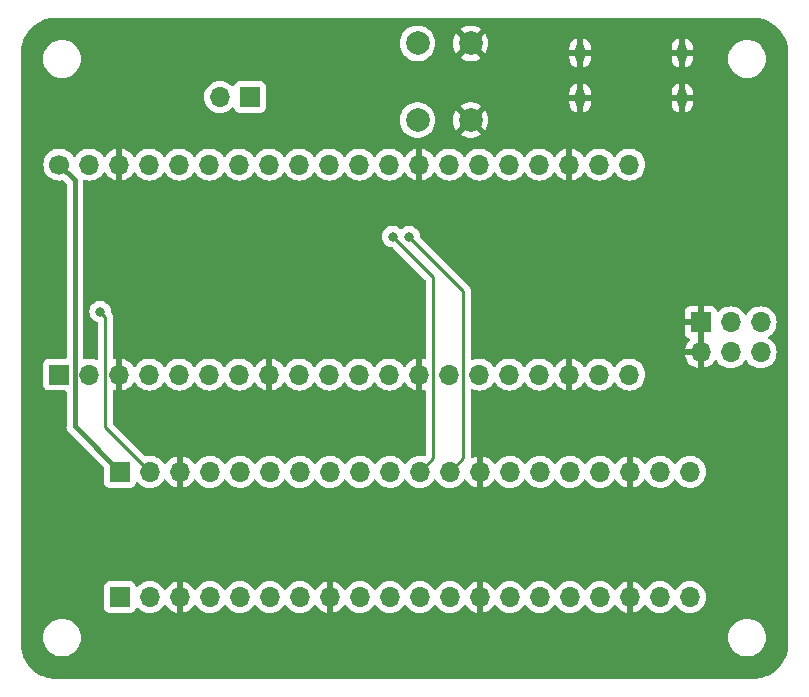
<source format=gbr>
%TF.GenerationSoftware,KiCad,Pcbnew,7.0.2*%
%TF.CreationDate,2023-10-08T18:29:29-07:00*%
%TF.ProjectId,Pi Pico Extender,50692050-6963-46f2-9045-7874656e6465,rev?*%
%TF.SameCoordinates,Original*%
%TF.FileFunction,Copper,L2,Bot*%
%TF.FilePolarity,Positive*%
%FSLAX46Y46*%
G04 Gerber Fmt 4.6, Leading zero omitted, Abs format (unit mm)*
G04 Created by KiCad (PCBNEW 7.0.2) date 2023-10-08 18:29:29*
%MOMM*%
%LPD*%
G01*
G04 APERTURE LIST*
%TA.AperFunction,ComponentPad*%
%ADD10R,1.700000X1.700000*%
%TD*%
%TA.AperFunction,ComponentPad*%
%ADD11O,1.700000X1.700000*%
%TD*%
%TA.AperFunction,ComponentPad*%
%ADD12C,1.700000*%
%TD*%
%TA.AperFunction,ComponentPad*%
%ADD13O,0.800000X1.600000*%
%TD*%
%TA.AperFunction,ComponentPad*%
%ADD14C,2.000000*%
%TD*%
%TA.AperFunction,ViaPad*%
%ADD15C,0.800000*%
%TD*%
%TA.AperFunction,Conductor*%
%ADD16C,0.250000*%
%TD*%
%TA.AperFunction,Conductor*%
%ADD17C,0.381000*%
%TD*%
G04 APERTURE END LIST*
D10*
%TO.P,A1,1,GPIO0*%
%TO.N,Net-(A1-GPIO0)*%
X122275600Y-95504000D03*
D11*
%TO.P,A1,2,GPIO1*%
%TO.N,Net-(A1-GPIO1)*%
X124815600Y-95504000D03*
%TO.P,A1,3,GND*%
%TO.N,GND*%
X127355600Y-95504000D03*
%TO.P,A1,4,GPIO2*%
%TO.N,Net-(A1-GPIO2)*%
X129895600Y-95504000D03*
%TO.P,A1,5,GPIO3*%
%TO.N,Net-(A1-GPIO3)*%
X132435600Y-95504000D03*
%TO.P,A1,6,GPIO4*%
%TO.N,Net-(A1-GPIO4)*%
X134975600Y-95504000D03*
%TO.P,A1,7,GPIO5*%
%TO.N,Net-(A1-GPIO5)*%
X137515600Y-95504000D03*
%TO.P,A1,8,GND*%
%TO.N,GND*%
X140055600Y-95504000D03*
%TO.P,A1,9,GPIO6*%
%TO.N,Net-(A1-GPIO6)*%
X142595600Y-95504000D03*
%TO.P,A1,10,GPIO7*%
%TO.N,Net-(A1-GPIO7)*%
X145135600Y-95504000D03*
%TO.P,A1,11,GPIO8*%
%TO.N,Net-(A1-GPIO8)*%
X147675600Y-95504000D03*
%TO.P,A1,12,GPIO9*%
%TO.N,Net-(A1-GPIO9)*%
X150215600Y-95504000D03*
%TO.P,A1,13,GND*%
%TO.N,GND*%
X152755600Y-95504000D03*
%TO.P,A1,14,GPIO10*%
%TO.N,Net-(A1-GPIO10)*%
X155295600Y-95504000D03*
%TO.P,A1,15,GPIO11*%
%TO.N,Net-(A1-GPIO11)*%
X157835600Y-95504000D03*
%TO.P,A1,16,GPIO12*%
%TO.N,Net-(A1-GPIO12)*%
X160375600Y-95504000D03*
%TO.P,A1,17,GPIO13*%
%TO.N,Net-(A1-GPIO13)*%
X162915600Y-95504000D03*
%TO.P,A1,18,GND*%
%TO.N,GND*%
X165455600Y-95504000D03*
%TO.P,A1,19,GPIO14*%
%TO.N,Net-(A1-GPIO14)*%
X167995600Y-95504000D03*
%TO.P,A1,20,GPIO15*%
%TO.N,Net-(A1-GPIO15)*%
X170535600Y-95504000D03*
%TO.P,A1,21,GPIO16*%
%TO.N,Net-(A1-GPIO16)*%
X170535600Y-77724000D03*
%TO.P,A1,22,GPIO17*%
%TO.N,Net-(A1-GPIO17)*%
X167995600Y-77724000D03*
%TO.P,A1,23,GND*%
%TO.N,GND*%
X165455600Y-77724000D03*
%TO.P,A1,24,GPIO18*%
%TO.N,Net-(A1-GPIO18)*%
X162915600Y-77724000D03*
%TO.P,A1,25,GPIO19*%
%TO.N,Net-(A1-GPIO19)*%
X160375600Y-77724000D03*
%TO.P,A1,26,GPIO20*%
%TO.N,Net-(A1-GPIO20)*%
X157835600Y-77724000D03*
%TO.P,A1,27,GPIO21*%
%TO.N,Net-(A1-GPIO21)*%
X155295600Y-77724000D03*
%TO.P,A1,28,GND*%
%TO.N,GND*%
X152755600Y-77724000D03*
%TO.P,A1,29,GPIO22*%
%TO.N,Net-(A1-GPIO22)*%
X150215600Y-77724000D03*
%TO.P,A1,30,RUN*%
%TO.N,/run*%
X147675600Y-77724000D03*
%TO.P,A1,31,GPIO26_A0*%
%TO.N,Net-(A1-GPIO26_A0)*%
X145135600Y-77724000D03*
%TO.P,A1,32,GPIO27_A1*%
%TO.N,Net-(A1-GPIO27_A1)*%
X142595600Y-77724000D03*
%TO.P,A1,33,AGND*%
%TO.N,Net-(A1-AGND)*%
X140055600Y-77724000D03*
%TO.P,A1,34,GPIO28_A2*%
%TO.N,Net-(A1-GPIO28_A2)*%
X137515600Y-77724000D03*
%TO.P,A1,35,ADC_VREF*%
%TO.N,Net-(A1-ADC_VREF)*%
X134975600Y-77724000D03*
%TO.P,A1,36,3V3*%
%TO.N,/3V3*%
X132435600Y-77724000D03*
%TO.P,A1,37,3V3_EN*%
%TO.N,Net-(A1-3V3_EN)*%
X129895600Y-77724000D03*
%TO.P,A1,38,GND*%
%TO.N,GND*%
X127355600Y-77724000D03*
%TO.P,A1,39,VSYS*%
%TO.N,Net-(A1-VSYS)*%
X124815600Y-77724000D03*
D12*
%TO.P,A1,40,VBUS*%
%TO.N,VBUS*%
X122275600Y-77724000D03*
%TD*%
D10*
%TO.P,J3,1,Pin_1*%
%TO.N,GND*%
X176580800Y-91084400D03*
D11*
%TO.P,J3,2,Pin_2*%
X176580800Y-93624400D03*
%TO.P,J3,3,Pin_3*%
%TO.N,/aux_3V3*%
X179120800Y-91084400D03*
%TO.P,J3,4,Pin_4*%
X179120800Y-93624400D03*
%TO.P,J3,5,Pin_5*%
%TO.N,/aux_5V*%
X181660800Y-91084400D03*
%TO.P,J3,6,Pin_6*%
X181660800Y-93624400D03*
%TD*%
D10*
%TO.P,J5,1,Pin_1*%
%TO.N,VBUS*%
X127409320Y-103733600D03*
D11*
%TO.P,J5,2,Pin_2*%
%TO.N,Net-(D2-A)*%
X129949320Y-103733600D03*
%TO.P,J5,3,Pin_3*%
%TO.N,GND*%
X132489320Y-103733600D03*
%TO.P,J5,4,Pin_4*%
%TO.N,Net-(A1-3V3_EN)*%
X135029320Y-103733600D03*
%TO.P,J5,5,Pin_5*%
%TO.N,/3V3*%
X137569320Y-103733600D03*
%TO.P,J5,6,Pin_6*%
%TO.N,Net-(A1-ADC_VREF)*%
X140109320Y-103733600D03*
%TO.P,J5,7,Pin_7*%
%TO.N,Net-(A1-GPIO28_A2)*%
X142649320Y-103733600D03*
%TO.P,J5,8,Pin_8*%
%TO.N,Net-(A1-AGND)*%
X145189320Y-103733600D03*
%TO.P,J5,9,Pin_9*%
%TO.N,Net-(A1-GPIO27_A1)*%
X147729320Y-103733600D03*
%TO.P,J5,10,Pin_10*%
%TO.N,Net-(A1-GPIO26_A0)*%
X150269320Y-103733600D03*
%TO.P,J5,11,Pin_11*%
%TO.N,/run*%
X152809320Y-103733600D03*
%TO.P,J5,12,Pin_12*%
%TO.N,Net-(A1-GPIO22)*%
X155349320Y-103733600D03*
%TO.P,J5,13,Pin_13*%
%TO.N,GND*%
X157889320Y-103733600D03*
%TO.P,J5,14,Pin_14*%
%TO.N,Net-(A1-GPIO21)*%
X160429320Y-103733600D03*
%TO.P,J5,15,Pin_15*%
%TO.N,Net-(A1-GPIO20)*%
X162969320Y-103733600D03*
%TO.P,J5,16,Pin_16*%
%TO.N,Net-(A1-GPIO19)*%
X165509320Y-103733600D03*
%TO.P,J5,17,Pin_17*%
%TO.N,Net-(A1-GPIO18)*%
X168049320Y-103733600D03*
%TO.P,J5,18,Pin_18*%
%TO.N,GND*%
X170589320Y-103733600D03*
%TO.P,J5,19,Pin_19*%
%TO.N,Net-(A1-GPIO17)*%
X173129320Y-103733600D03*
%TO.P,J5,20,Pin_20*%
%TO.N,Net-(A1-GPIO16)*%
X175669320Y-103733600D03*
%TD*%
D10*
%TO.P,J4,1,Pin_1*%
%TO.N,Net-(A1-GPIO0)*%
X127409320Y-114350800D03*
D11*
%TO.P,J4,2,Pin_2*%
%TO.N,Net-(A1-GPIO1)*%
X129949320Y-114350800D03*
%TO.P,J4,3,Pin_3*%
%TO.N,GND*%
X132489320Y-114350800D03*
%TO.P,J4,4,Pin_4*%
%TO.N,Net-(A1-GPIO2)*%
X135029320Y-114350800D03*
%TO.P,J4,5,Pin_5*%
%TO.N,Net-(A1-GPIO3)*%
X137569320Y-114350800D03*
%TO.P,J4,6,Pin_6*%
%TO.N,Net-(A1-GPIO4)*%
X140109320Y-114350800D03*
%TO.P,J4,7,Pin_7*%
%TO.N,Net-(A1-GPIO5)*%
X142649320Y-114350800D03*
%TO.P,J4,8,Pin_8*%
%TO.N,GND*%
X145189320Y-114350800D03*
%TO.P,J4,9,Pin_9*%
%TO.N,Net-(A1-GPIO6)*%
X147729320Y-114350800D03*
%TO.P,J4,10,Pin_10*%
%TO.N,Net-(A1-GPIO7)*%
X150269320Y-114350800D03*
%TO.P,J4,11,Pin_11*%
%TO.N,Net-(A1-GPIO8)*%
X152809320Y-114350800D03*
%TO.P,J4,12,Pin_12*%
%TO.N,Net-(A1-GPIO9)*%
X155349320Y-114350800D03*
%TO.P,J4,13,Pin_13*%
%TO.N,GND*%
X157889320Y-114350800D03*
%TO.P,J4,14,Pin_14*%
%TO.N,Net-(A1-GPIO10)*%
X160429320Y-114350800D03*
%TO.P,J4,15,Pin_15*%
%TO.N,Net-(A1-GPIO11)*%
X162969320Y-114350800D03*
%TO.P,J4,16,Pin_16*%
%TO.N,Net-(A1-GPIO12)*%
X165509320Y-114350800D03*
%TO.P,J4,17,Pin_17*%
%TO.N,Net-(A1-GPIO13)*%
X168049320Y-114350800D03*
%TO.P,J4,18,Pin_18*%
%TO.N,GND*%
X170589320Y-114350800D03*
%TO.P,J4,19,Pin_19*%
%TO.N,Net-(A1-GPIO14)*%
X173129320Y-114350800D03*
%TO.P,J4,20,Pin_20*%
%TO.N,Net-(A1-GPIO15)*%
X175669320Y-114350800D03*
%TD*%
D10*
%TO.P,J2,1,Pin_1*%
%TO.N,Net-(J1-VBUS_B)*%
X138410000Y-71989250D03*
D11*
%TO.P,J2,2,Pin_2*%
%TO.N,VBUS*%
X135870000Y-71989250D03*
%TD*%
D13*
%TO.P,J1,S1,S1*%
%TO.N,GND*%
X166368000Y-72088000D03*
%TO.P,J1,S2,S2*%
X175008000Y-72088000D03*
%TO.P,J1,S3,S3*%
X166368000Y-68288000D03*
%TO.P,J1,S4,S4*%
X175008000Y-68288000D03*
%TD*%
D14*
%TO.P,SW1,1*%
%TO.N,GND*%
X157103200Y-67464800D03*
X157103200Y-73964800D03*
%TO.P,SW1,2*%
%TO.N,/run*%
X152603200Y-67464800D03*
X152603200Y-73964800D03*
%TD*%
D15*
%TO.N,GND*%
X127800000Y-70200000D03*
X166800000Y-86639000D03*
X155400000Y-109800000D03*
X141200000Y-98200000D03*
X120904000Y-86639000D03*
X169200000Y-99400000D03*
X131200000Y-109800000D03*
X181600000Y-109800000D03*
X138600000Y-86639000D03*
X143400000Y-111600000D03*
X139200000Y-74600000D03*
X169400000Y-109800000D03*
X123000000Y-112200000D03*
X129200000Y-99400000D03*
X151384000Y-86639000D03*
X152800000Y-100000000D03*
%TO.N,Net-(A1-GPIO22)*%
X151892000Y-83820000D03*
%TO.N,/run*%
X150495000Y-83820000D03*
%TO.N,Net-(D2-A)*%
X125730000Y-90170000D03*
%TD*%
D16*
%TO.N,Net-(A1-GPIO22)*%
X156470600Y-88398600D02*
X156470600Y-102612320D01*
X151892000Y-83820000D02*
X156470600Y-88398600D01*
X156470600Y-102612320D02*
X155349320Y-103733600D01*
%TO.N,/run*%
X153930600Y-87255600D02*
X150495000Y-83820000D01*
X152809320Y-103733600D02*
X153930600Y-102612320D01*
X153930600Y-102612320D02*
X153930600Y-87255600D01*
D17*
%TO.N,VBUS*%
X127409320Y-103733600D02*
X123575100Y-99899380D01*
X123575100Y-79023500D02*
X122275600Y-77724000D01*
X123575100Y-99899380D02*
X123575100Y-79023500D01*
D16*
%TO.N,Net-(D2-A)*%
X126180600Y-99964880D02*
X126180600Y-90620600D01*
X129949320Y-103733600D02*
X126180600Y-99964880D01*
X126180600Y-90620600D02*
X125730000Y-90170000D01*
%TD*%
%TA.AperFunction,Conductor*%
%TO.N,GND*%
G36*
X153005600Y-96834633D02*
G01*
X153149007Y-96796209D01*
X153218857Y-96797872D01*
X153276719Y-96837035D01*
X153304223Y-96901263D01*
X153305100Y-96915984D01*
X153305100Y-102301865D01*
X153285415Y-102368904D01*
X153268781Y-102389546D01*
X153264966Y-102393361D01*
X153203643Y-102426846D01*
X153145193Y-102425455D01*
X153044728Y-102398536D01*
X152809319Y-102377940D01*
X152573912Y-102398536D01*
X152345656Y-102459697D01*
X152131490Y-102559565D01*
X151937918Y-102695105D01*
X151770825Y-102862198D01*
X151640895Y-103047759D01*
X151586318Y-103091384D01*
X151516820Y-103098578D01*
X151454465Y-103067055D01*
X151437745Y-103047759D01*
X151357569Y-102933256D01*
X151307815Y-102862199D01*
X151140721Y-102695105D01*
X150947150Y-102559565D01*
X150732983Y-102459697D01*
X150671821Y-102443309D01*
X150504727Y-102398536D01*
X150269319Y-102377940D01*
X150033912Y-102398536D01*
X149805656Y-102459697D01*
X149591490Y-102559565D01*
X149397918Y-102695105D01*
X149230825Y-102862198D01*
X149100895Y-103047759D01*
X149046318Y-103091384D01*
X148976820Y-103098578D01*
X148914465Y-103067055D01*
X148897745Y-103047759D01*
X148817569Y-102933256D01*
X148767815Y-102862199D01*
X148600721Y-102695105D01*
X148407150Y-102559565D01*
X148192983Y-102459697D01*
X148131822Y-102443309D01*
X147964727Y-102398536D01*
X147729320Y-102377940D01*
X147493912Y-102398536D01*
X147265656Y-102459697D01*
X147051490Y-102559565D01*
X146857918Y-102695105D01*
X146690825Y-102862198D01*
X146560895Y-103047759D01*
X146506318Y-103091384D01*
X146436820Y-103098578D01*
X146374465Y-103067055D01*
X146357745Y-103047759D01*
X146277569Y-102933256D01*
X146227815Y-102862199D01*
X146060721Y-102695105D01*
X145867150Y-102559565D01*
X145652983Y-102459697D01*
X145591821Y-102443309D01*
X145424727Y-102398536D01*
X145189320Y-102377940D01*
X144953912Y-102398536D01*
X144725656Y-102459697D01*
X144511490Y-102559565D01*
X144317918Y-102695105D01*
X144150825Y-102862198D01*
X144020895Y-103047759D01*
X143966318Y-103091384D01*
X143896820Y-103098578D01*
X143834465Y-103067055D01*
X143817745Y-103047759D01*
X143737569Y-102933256D01*
X143687815Y-102862199D01*
X143520721Y-102695105D01*
X143327150Y-102559565D01*
X143112983Y-102459697D01*
X143051821Y-102443309D01*
X142884727Y-102398536D01*
X142649320Y-102377940D01*
X142413912Y-102398536D01*
X142185656Y-102459697D01*
X141971490Y-102559565D01*
X141777918Y-102695105D01*
X141610825Y-102862198D01*
X141480895Y-103047759D01*
X141426318Y-103091384D01*
X141356820Y-103098578D01*
X141294465Y-103067055D01*
X141277745Y-103047759D01*
X141197569Y-102933256D01*
X141147815Y-102862199D01*
X140980721Y-102695105D01*
X140787150Y-102559565D01*
X140572983Y-102459697D01*
X140511821Y-102443309D01*
X140344727Y-102398536D01*
X140109320Y-102377940D01*
X139873912Y-102398536D01*
X139645656Y-102459697D01*
X139431490Y-102559565D01*
X139237918Y-102695105D01*
X139070825Y-102862198D01*
X138940895Y-103047759D01*
X138886318Y-103091384D01*
X138816820Y-103098578D01*
X138754465Y-103067055D01*
X138737745Y-103047759D01*
X138657569Y-102933256D01*
X138607815Y-102862199D01*
X138440721Y-102695105D01*
X138247150Y-102559565D01*
X138032983Y-102459697D01*
X137971821Y-102443309D01*
X137804727Y-102398536D01*
X137569319Y-102377940D01*
X137333912Y-102398536D01*
X137105656Y-102459697D01*
X136891490Y-102559565D01*
X136697918Y-102695105D01*
X136530825Y-102862198D01*
X136400895Y-103047759D01*
X136346318Y-103091384D01*
X136276820Y-103098578D01*
X136214465Y-103067055D01*
X136197745Y-103047759D01*
X136117569Y-102933256D01*
X136067815Y-102862199D01*
X135900721Y-102695105D01*
X135707150Y-102559565D01*
X135492983Y-102459697D01*
X135431821Y-102443309D01*
X135264727Y-102398536D01*
X135029320Y-102377940D01*
X134793912Y-102398536D01*
X134565656Y-102459697D01*
X134351490Y-102559565D01*
X134157918Y-102695105D01*
X133990828Y-102862195D01*
X133990825Y-102862198D01*
X133990825Y-102862199D01*
X133941071Y-102933256D01*
X133860589Y-103048196D01*
X133806012Y-103091820D01*
X133736513Y-103099013D01*
X133674159Y-103067491D01*
X133657439Y-103048195D01*
X133527429Y-102862521D01*
X133360401Y-102695493D01*
X133166896Y-102559999D01*
X132952812Y-102460169D01*
X132739319Y-102402964D01*
X132739319Y-103298098D01*
X132631635Y-103248920D01*
X132525083Y-103233600D01*
X132453557Y-103233600D01*
X132347005Y-103248920D01*
X132239319Y-103298098D01*
X132239320Y-102402964D01*
X132239319Y-102402964D01*
X132025827Y-102460169D01*
X131811741Y-102560000D01*
X131618241Y-102695490D01*
X131451213Y-102862518D01*
X131321200Y-103048196D01*
X131266623Y-103091820D01*
X131197124Y-103099013D01*
X131134770Y-103067491D01*
X131118050Y-103048195D01*
X131037569Y-102933256D01*
X130987815Y-102862199D01*
X130820721Y-102695105D01*
X130627150Y-102559565D01*
X130412983Y-102459697D01*
X130351822Y-102443309D01*
X130184727Y-102398536D01*
X129949320Y-102377940D01*
X129713913Y-102398536D01*
X129613446Y-102425456D01*
X129543596Y-102423793D01*
X129493672Y-102393362D01*
X126842419Y-99742108D01*
X126808934Y-99680785D01*
X126806100Y-99654427D01*
X126806100Y-96915984D01*
X126825785Y-96848945D01*
X126878589Y-96803190D01*
X126947747Y-96793246D01*
X126962193Y-96796209D01*
X127105600Y-96834634D01*
X127105600Y-95939501D01*
X127213285Y-95988680D01*
X127319837Y-96004000D01*
X127391363Y-96004000D01*
X127497915Y-95988680D01*
X127605600Y-95939501D01*
X127605600Y-96834633D01*
X127819090Y-96777430D01*
X128033176Y-96677600D01*
X128226681Y-96542106D01*
X128393709Y-96375078D01*
X128523719Y-96189405D01*
X128578296Y-96145780D01*
X128647794Y-96138586D01*
X128710149Y-96170109D01*
X128726865Y-96189400D01*
X128857105Y-96375401D01*
X129024199Y-96542495D01*
X129217770Y-96678035D01*
X129431937Y-96777903D01*
X129643659Y-96834633D01*
X129660192Y-96839063D01*
X129895599Y-96859659D01*
X129895599Y-96859658D01*
X129895600Y-96859659D01*
X130131008Y-96839063D01*
X130359263Y-96777903D01*
X130573430Y-96678035D01*
X130767001Y-96542495D01*
X130934095Y-96375401D01*
X131064026Y-96189839D01*
X131118602Y-96146216D01*
X131188100Y-96139022D01*
X131250455Y-96170545D01*
X131267171Y-96189837D01*
X131397105Y-96375401D01*
X131564199Y-96542495D01*
X131757770Y-96678035D01*
X131971937Y-96777903D01*
X132200192Y-96839063D01*
X132435600Y-96859659D01*
X132671008Y-96839063D01*
X132899263Y-96777903D01*
X133113430Y-96678035D01*
X133307001Y-96542495D01*
X133474095Y-96375401D01*
X133604026Y-96189839D01*
X133658602Y-96146216D01*
X133728100Y-96139022D01*
X133790455Y-96170545D01*
X133807171Y-96189837D01*
X133937105Y-96375401D01*
X134104199Y-96542495D01*
X134297770Y-96678035D01*
X134511937Y-96777903D01*
X134740192Y-96839063D01*
X134975600Y-96859659D01*
X135211008Y-96839063D01*
X135439263Y-96777903D01*
X135653430Y-96678035D01*
X135847001Y-96542495D01*
X136014095Y-96375401D01*
X136144026Y-96189839D01*
X136198602Y-96146216D01*
X136268100Y-96139022D01*
X136330455Y-96170545D01*
X136347171Y-96189837D01*
X136477105Y-96375401D01*
X136644199Y-96542495D01*
X136837770Y-96678035D01*
X137051937Y-96777903D01*
X137263659Y-96834633D01*
X137280192Y-96839063D01*
X137515599Y-96859659D01*
X137515599Y-96859658D01*
X137515600Y-96859659D01*
X137751008Y-96839063D01*
X137979263Y-96777903D01*
X138193430Y-96678035D01*
X138387001Y-96542495D01*
X138554095Y-96375401D01*
X138684332Y-96189403D01*
X138738907Y-96145780D01*
X138808405Y-96138586D01*
X138870760Y-96170109D01*
X138887480Y-96189404D01*
X139017493Y-96375081D01*
X139184518Y-96542106D01*
X139378023Y-96677600D01*
X139592109Y-96777430D01*
X139805600Y-96834634D01*
X139805600Y-95939501D01*
X139913285Y-95988680D01*
X140019837Y-96004000D01*
X140091363Y-96004000D01*
X140197915Y-95988680D01*
X140305600Y-95939501D01*
X140305600Y-96834633D01*
X140519090Y-96777430D01*
X140733176Y-96677600D01*
X140926681Y-96542106D01*
X141093709Y-96375078D01*
X141223719Y-96189405D01*
X141278296Y-96145780D01*
X141347794Y-96138586D01*
X141410149Y-96170109D01*
X141426865Y-96189400D01*
X141557105Y-96375401D01*
X141724199Y-96542495D01*
X141917770Y-96678035D01*
X142131937Y-96777903D01*
X142343659Y-96834633D01*
X142360192Y-96839063D01*
X142595599Y-96859659D01*
X142595599Y-96859658D01*
X142595600Y-96859659D01*
X142831008Y-96839063D01*
X143059263Y-96777903D01*
X143273430Y-96678035D01*
X143467001Y-96542495D01*
X143634095Y-96375401D01*
X143764026Y-96189839D01*
X143818602Y-96146216D01*
X143888100Y-96139022D01*
X143950455Y-96170545D01*
X143967171Y-96189837D01*
X144097105Y-96375401D01*
X144264199Y-96542495D01*
X144457770Y-96678035D01*
X144671937Y-96777903D01*
X144900192Y-96839063D01*
X145135600Y-96859659D01*
X145371008Y-96839063D01*
X145599263Y-96777903D01*
X145813430Y-96678035D01*
X146007001Y-96542495D01*
X146174095Y-96375401D01*
X146304026Y-96189839D01*
X146358602Y-96146216D01*
X146428100Y-96139022D01*
X146490455Y-96170545D01*
X146507171Y-96189837D01*
X146637105Y-96375401D01*
X146804199Y-96542495D01*
X146997770Y-96678035D01*
X147211937Y-96777903D01*
X147440192Y-96839063D01*
X147675600Y-96859659D01*
X147911008Y-96839063D01*
X148139263Y-96777903D01*
X148353430Y-96678035D01*
X148547001Y-96542495D01*
X148714095Y-96375401D01*
X148844026Y-96189839D01*
X148898602Y-96146216D01*
X148968100Y-96139022D01*
X149030455Y-96170545D01*
X149047171Y-96189837D01*
X149177105Y-96375401D01*
X149344199Y-96542495D01*
X149537770Y-96678035D01*
X149751937Y-96777903D01*
X149963659Y-96834633D01*
X149980192Y-96839063D01*
X150215599Y-96859659D01*
X150215599Y-96859658D01*
X150215600Y-96859659D01*
X150451008Y-96839063D01*
X150679263Y-96777903D01*
X150893430Y-96678035D01*
X151087001Y-96542495D01*
X151254095Y-96375401D01*
X151384332Y-96189403D01*
X151438907Y-96145780D01*
X151508405Y-96138586D01*
X151570760Y-96170109D01*
X151587480Y-96189404D01*
X151717493Y-96375081D01*
X151884518Y-96542106D01*
X152078023Y-96677600D01*
X152292109Y-96777430D01*
X152505600Y-96834634D01*
X152505600Y-95939501D01*
X152613285Y-95988680D01*
X152719837Y-96004000D01*
X152791363Y-96004000D01*
X152897915Y-95988680D01*
X153005600Y-95939501D01*
X153005600Y-96834633D01*
G37*
%TD.AperFunction*%
%TA.AperFunction,Conductor*%
G36*
X176830800Y-93188898D02*
G01*
X176723115Y-93139720D01*
X176616563Y-93124400D01*
X176545037Y-93124400D01*
X176438485Y-93139720D01*
X176330800Y-93188898D01*
X176330800Y-91519901D01*
X176438485Y-91569080D01*
X176545037Y-91584400D01*
X176616563Y-91584400D01*
X176723115Y-91569080D01*
X176830800Y-91519901D01*
X176830800Y-93188898D01*
G37*
%TD.AperFunction*%
%TA.AperFunction,Conductor*%
G36*
X181012563Y-65275349D02*
G01*
X181142639Y-65282167D01*
X181323234Y-65292310D01*
X181335635Y-65293637D01*
X181484989Y-65317294D01*
X181644643Y-65344422D01*
X181655936Y-65346889D01*
X181806040Y-65387110D01*
X181958496Y-65431033D01*
X181968568Y-65434410D01*
X182114058Y-65490259D01*
X182116924Y-65491402D01*
X182261075Y-65551112D01*
X182269898Y-65555180D01*
X182353100Y-65597574D01*
X182409390Y-65626255D01*
X182413077Y-65628213D01*
X182548857Y-65703257D01*
X182556410Y-65707789D01*
X182688031Y-65793265D01*
X182692251Y-65796130D01*
X182818474Y-65885690D01*
X182824740Y-65890443D01*
X182946905Y-65989370D01*
X182951467Y-65993252D01*
X183055218Y-66085970D01*
X183066736Y-66096263D01*
X183071790Y-66101041D01*
X183182957Y-66212208D01*
X183187735Y-66217262D01*
X183290734Y-66332517D01*
X183294635Y-66337101D01*
X183379670Y-66442110D01*
X183393550Y-66459251D01*
X183398314Y-66465532D01*
X183487868Y-66591747D01*
X183490733Y-66595967D01*
X183576209Y-66727588D01*
X183580741Y-66735141D01*
X183655785Y-66870921D01*
X183657743Y-66874608D01*
X183728816Y-67014096D01*
X183732892Y-67022937D01*
X183792561Y-67166988D01*
X183793764Y-67170005D01*
X183849582Y-67315417D01*
X183852971Y-67325525D01*
X183896893Y-67477975D01*
X183937109Y-67628060D01*
X183939578Y-67639365D01*
X183966715Y-67799071D01*
X183990359Y-67948344D01*
X183991690Y-67960784D01*
X184001833Y-68141389D01*
X184008650Y-68271437D01*
X184008820Y-68277927D01*
X184008820Y-118271435D01*
X184008650Y-118277924D01*
X184001831Y-118408047D01*
X183991694Y-118588568D01*
X183990363Y-118601006D01*
X183968155Y-118741227D01*
X183966731Y-118750221D01*
X183954892Y-118819904D01*
X183939585Y-118909991D01*
X183937113Y-118921306D01*
X183896908Y-119071358D01*
X183852977Y-119223844D01*
X183849592Y-119233938D01*
X183793774Y-119379347D01*
X183792571Y-119382361D01*
X183732900Y-119526422D01*
X183728823Y-119535266D01*
X183657768Y-119674717D01*
X183655812Y-119678402D01*
X183580746Y-119814223D01*
X183576212Y-119821778D01*
X183490738Y-119953393D01*
X183487874Y-119957612D01*
X183398333Y-120083809D01*
X183393569Y-120090090D01*
X183294646Y-120212248D01*
X183290738Y-120216840D01*
X183187753Y-120332077D01*
X183182975Y-120337131D01*
X183071798Y-120448306D01*
X183066744Y-120453085D01*
X182951484Y-120556085D01*
X182946893Y-120559991D01*
X182824744Y-120658903D01*
X182818462Y-120663667D01*
X182692268Y-120753203D01*
X182688049Y-120756068D01*
X182556418Y-120841548D01*
X182548863Y-120846081D01*
X182413066Y-120921130D01*
X182409381Y-120923086D01*
X182269908Y-120994149D01*
X182261065Y-120998226D01*
X182117000Y-121057897D01*
X182113984Y-121059100D01*
X181968587Y-121114909D01*
X181958477Y-121118298D01*
X181806022Y-121162216D01*
X181655943Y-121202428D01*
X181644637Y-121204896D01*
X181484884Y-121232037D01*
X181335618Y-121255674D01*
X181323203Y-121257003D01*
X181151737Y-121266660D01*
X181103472Y-121269188D01*
X181011416Y-121274010D01*
X181004938Y-121274180D01*
X122012565Y-121274180D01*
X122006076Y-121274010D01*
X121875952Y-121267191D01*
X121695428Y-121257054D01*
X121682984Y-121255722D01*
X121533704Y-121232079D01*
X121374003Y-121204945D01*
X121362688Y-121202473D01*
X121212644Y-121162271D01*
X121060145Y-121118338D01*
X121050051Y-121114953D01*
X120904665Y-121059145D01*
X120901650Y-121057942D01*
X120757561Y-120998259D01*
X120748729Y-120994188D01*
X120609231Y-120923110D01*
X120605574Y-120921169D01*
X120605503Y-120921130D01*
X120574308Y-120903889D01*
X120469774Y-120846115D01*
X120462220Y-120841582D01*
X120330573Y-120756090D01*
X120326368Y-120753235D01*
X120200159Y-120663685D01*
X120193889Y-120658929D01*
X120071736Y-120560012D01*
X120067144Y-120556105D01*
X119951900Y-120453116D01*
X119946846Y-120448338D01*
X119835660Y-120337152D01*
X119830882Y-120332098D01*
X119727893Y-120216854D01*
X119723986Y-120212262D01*
X119686147Y-120165535D01*
X119625069Y-120090109D01*
X119620321Y-120083850D01*
X119530749Y-119957610D01*
X119527908Y-119953425D01*
X119442416Y-119821778D01*
X119437883Y-119814224D01*
X119362803Y-119678375D01*
X119360911Y-119674812D01*
X119289800Y-119535248D01*
X119285745Y-119526451D01*
X119226044Y-119382318D01*
X119224859Y-119379347D01*
X119169044Y-119233943D01*
X119165662Y-119223857D01*
X119121729Y-119071358D01*
X119081519Y-118921289D01*
X119079056Y-118910012D01*
X119051918Y-118750283D01*
X119046859Y-118718339D01*
X119028274Y-118600993D01*
X119026946Y-118588582D01*
X119016809Y-118408047D01*
X119009990Y-118277924D01*
X119009820Y-118271436D01*
X119009820Y-117774680D01*
X120903871Y-117774680D01*
X120923637Y-118025829D01*
X120982446Y-118270790D01*
X121030650Y-118387165D01*
X121078854Y-118503539D01*
X121210484Y-118718339D01*
X121374096Y-118909904D01*
X121565661Y-119073516D01*
X121780461Y-119205146D01*
X122013209Y-119301553D01*
X122258172Y-119360363D01*
X122446438Y-119375180D01*
X122448883Y-119375180D01*
X122569757Y-119375180D01*
X122572202Y-119375180D01*
X122760468Y-119360363D01*
X123005431Y-119301553D01*
X123238179Y-119205146D01*
X123452979Y-119073516D01*
X123644544Y-118909904D01*
X123808156Y-118718339D01*
X123939786Y-118503539D01*
X124036193Y-118270791D01*
X124095003Y-118025828D01*
X124114769Y-117774680D01*
X178903871Y-117774680D01*
X178923637Y-118025829D01*
X178982446Y-118270790D01*
X179030650Y-118387165D01*
X179078854Y-118503539D01*
X179210484Y-118718339D01*
X179374096Y-118909904D01*
X179565661Y-119073516D01*
X179780461Y-119205146D01*
X180013209Y-119301553D01*
X180258172Y-119360363D01*
X180446438Y-119375180D01*
X180448883Y-119375180D01*
X180569757Y-119375180D01*
X180572202Y-119375180D01*
X180760468Y-119360363D01*
X181005431Y-119301553D01*
X181238179Y-119205146D01*
X181452979Y-119073516D01*
X181644544Y-118909904D01*
X181808156Y-118718339D01*
X181939786Y-118503539D01*
X182036193Y-118270791D01*
X182095003Y-118025828D01*
X182114769Y-117774680D01*
X182095003Y-117523532D01*
X182036193Y-117278569D01*
X181939786Y-117045821D01*
X181808156Y-116831021D01*
X181644544Y-116639456D01*
X181452979Y-116475844D01*
X181238179Y-116344214D01*
X181121804Y-116296010D01*
X181005430Y-116247806D01*
X180760469Y-116188997D01*
X180574636Y-116174371D01*
X180574621Y-116174370D01*
X180572202Y-116174180D01*
X180446438Y-116174180D01*
X180444019Y-116174370D01*
X180444003Y-116174371D01*
X180258170Y-116188997D01*
X180013209Y-116247806D01*
X179780459Y-116344215D01*
X179565662Y-116475843D01*
X179374096Y-116639456D01*
X179210483Y-116831022D01*
X179078855Y-117045819D01*
X178982446Y-117278569D01*
X178923637Y-117523530D01*
X178903871Y-117774680D01*
X124114769Y-117774680D01*
X124095003Y-117523532D01*
X124036193Y-117278569D01*
X123939786Y-117045821D01*
X123808156Y-116831021D01*
X123644544Y-116639456D01*
X123452979Y-116475844D01*
X123238179Y-116344214D01*
X123121804Y-116296010D01*
X123005430Y-116247806D01*
X122760469Y-116188997D01*
X122574636Y-116174371D01*
X122574621Y-116174370D01*
X122572202Y-116174180D01*
X122446438Y-116174180D01*
X122444019Y-116174370D01*
X122444003Y-116174371D01*
X122258170Y-116188997D01*
X122013209Y-116247806D01*
X121780459Y-116344215D01*
X121565662Y-116475843D01*
X121374096Y-116639456D01*
X121210483Y-116831022D01*
X121078855Y-117045819D01*
X120982446Y-117278569D01*
X120923637Y-117523530D01*
X120903871Y-117774680D01*
X119009820Y-117774680D01*
X119009820Y-115245378D01*
X126058820Y-115245378D01*
X126058821Y-115248672D01*
X126059173Y-115251952D01*
X126059174Y-115251959D01*
X126065229Y-115308284D01*
X126090376Y-115375706D01*
X126115524Y-115443131D01*
X126201774Y-115558346D01*
X126316989Y-115644596D01*
X126451837Y-115694891D01*
X126511447Y-115701300D01*
X128307192Y-115701299D01*
X128366803Y-115694891D01*
X128501651Y-115644596D01*
X128616866Y-115558346D01*
X128703116Y-115443131D01*
X128752130Y-115311716D01*
X128794001Y-115255783D01*
X128859466Y-115231366D01*
X128927739Y-115246218D01*
X128955993Y-115267369D01*
X129077919Y-115389295D01*
X129271490Y-115524835D01*
X129485657Y-115624703D01*
X129713912Y-115685863D01*
X129949320Y-115706459D01*
X130184728Y-115685863D01*
X130412983Y-115624703D01*
X130627150Y-115524835D01*
X130820721Y-115389295D01*
X130987815Y-115222201D01*
X131118052Y-115036203D01*
X131172627Y-114992580D01*
X131242125Y-114985386D01*
X131304480Y-115016909D01*
X131321200Y-115036204D01*
X131451213Y-115221881D01*
X131618238Y-115388906D01*
X131811743Y-115524400D01*
X132025829Y-115624230D01*
X132239320Y-115681434D01*
X132239319Y-114786301D01*
X132347005Y-114835480D01*
X132453557Y-114850800D01*
X132525083Y-114850800D01*
X132631635Y-114835480D01*
X132739319Y-114786301D01*
X132739319Y-115681433D01*
X132952811Y-115624230D01*
X133166896Y-115524400D01*
X133360401Y-115388906D01*
X133527429Y-115221878D01*
X133657439Y-115036205D01*
X133712016Y-114992580D01*
X133781514Y-114985386D01*
X133843869Y-115016909D01*
X133860585Y-115036200D01*
X133990825Y-115222201D01*
X134157919Y-115389295D01*
X134351490Y-115524835D01*
X134565657Y-115624703D01*
X134793912Y-115685863D01*
X135029320Y-115706459D01*
X135264728Y-115685863D01*
X135492983Y-115624703D01*
X135707150Y-115524835D01*
X135900721Y-115389295D01*
X136067815Y-115222201D01*
X136197746Y-115036639D01*
X136252322Y-114993016D01*
X136321820Y-114985822D01*
X136384175Y-115017345D01*
X136400891Y-115036637D01*
X136530825Y-115222201D01*
X136697919Y-115389295D01*
X136891490Y-115524835D01*
X137105657Y-115624703D01*
X137317379Y-115681433D01*
X137333912Y-115685863D01*
X137569319Y-115706459D01*
X137569319Y-115706458D01*
X137569320Y-115706459D01*
X137804728Y-115685863D01*
X138032983Y-115624703D01*
X138247150Y-115524835D01*
X138440721Y-115389295D01*
X138607815Y-115222201D01*
X138737746Y-115036639D01*
X138792322Y-114993016D01*
X138861820Y-114985822D01*
X138924175Y-115017345D01*
X138940891Y-115036637D01*
X139070825Y-115222201D01*
X139237919Y-115389295D01*
X139431490Y-115524835D01*
X139645657Y-115624703D01*
X139873912Y-115685863D01*
X140109320Y-115706459D01*
X140344728Y-115685863D01*
X140572983Y-115624703D01*
X140787150Y-115524835D01*
X140980721Y-115389295D01*
X141147815Y-115222201D01*
X141277746Y-115036639D01*
X141332322Y-114993016D01*
X141401820Y-114985822D01*
X141464175Y-115017345D01*
X141480891Y-115036637D01*
X141610825Y-115222201D01*
X141777919Y-115389295D01*
X141971490Y-115524835D01*
X142185657Y-115624703D01*
X142413912Y-115685863D01*
X142649320Y-115706459D01*
X142884728Y-115685863D01*
X143112983Y-115624703D01*
X143327150Y-115524835D01*
X143520721Y-115389295D01*
X143687815Y-115222201D01*
X143818052Y-115036203D01*
X143872627Y-114992580D01*
X143942125Y-114985386D01*
X144004480Y-115016909D01*
X144021200Y-115036204D01*
X144151213Y-115221881D01*
X144318238Y-115388906D01*
X144511743Y-115524400D01*
X144725829Y-115624230D01*
X144939320Y-115681434D01*
X144939320Y-114786301D01*
X145047005Y-114835480D01*
X145153557Y-114850800D01*
X145225083Y-114850800D01*
X145331635Y-114835480D01*
X145439320Y-114786301D01*
X145439320Y-115681433D01*
X145652810Y-115624230D01*
X145866896Y-115524400D01*
X146060401Y-115388906D01*
X146227429Y-115221878D01*
X146357439Y-115036205D01*
X146412016Y-114992580D01*
X146481514Y-114985386D01*
X146543869Y-115016909D01*
X146560585Y-115036200D01*
X146690825Y-115222201D01*
X146857919Y-115389295D01*
X147051490Y-115524835D01*
X147265657Y-115624703D01*
X147493912Y-115685863D01*
X147729320Y-115706459D01*
X147964728Y-115685863D01*
X148192983Y-115624703D01*
X148407150Y-115524835D01*
X148600721Y-115389295D01*
X148767815Y-115222201D01*
X148897746Y-115036639D01*
X148952322Y-114993016D01*
X149021820Y-114985822D01*
X149084175Y-115017345D01*
X149100891Y-115036637D01*
X149230825Y-115222201D01*
X149397919Y-115389295D01*
X149591490Y-115524835D01*
X149805657Y-115624703D01*
X150017379Y-115681433D01*
X150033912Y-115685863D01*
X150269319Y-115706459D01*
X150269319Y-115706458D01*
X150269320Y-115706459D01*
X150504728Y-115685863D01*
X150732983Y-115624703D01*
X150947150Y-115524835D01*
X151140721Y-115389295D01*
X151307815Y-115222201D01*
X151437746Y-115036639D01*
X151492322Y-114993016D01*
X151561820Y-114985822D01*
X151624175Y-115017345D01*
X151640891Y-115036637D01*
X151770825Y-115222201D01*
X151937919Y-115389295D01*
X152131490Y-115524835D01*
X152345657Y-115624703D01*
X152573912Y-115685863D01*
X152809320Y-115706459D01*
X153044728Y-115685863D01*
X153272983Y-115624703D01*
X153487150Y-115524835D01*
X153680721Y-115389295D01*
X153847815Y-115222201D01*
X153977746Y-115036639D01*
X154032322Y-114993017D01*
X154101821Y-114985824D01*
X154164175Y-115017346D01*
X154180891Y-115036637D01*
X154310825Y-115222201D01*
X154477919Y-115389295D01*
X154671490Y-115524835D01*
X154885657Y-115624703D01*
X155097379Y-115681433D01*
X155113912Y-115685863D01*
X155349319Y-115706459D01*
X155349319Y-115706458D01*
X155349320Y-115706459D01*
X155584728Y-115685863D01*
X155812983Y-115624703D01*
X156027150Y-115524835D01*
X156220721Y-115389295D01*
X156387815Y-115222201D01*
X156518052Y-115036203D01*
X156572627Y-114992580D01*
X156642125Y-114985386D01*
X156704480Y-115016909D01*
X156721200Y-115036204D01*
X156851213Y-115221881D01*
X157018238Y-115388906D01*
X157211743Y-115524400D01*
X157425829Y-115624230D01*
X157639320Y-115681434D01*
X157639320Y-114786301D01*
X157747005Y-114835480D01*
X157853557Y-114850800D01*
X157925083Y-114850800D01*
X158031635Y-114835480D01*
X158139320Y-114786301D01*
X158139320Y-115681433D01*
X158352810Y-115624230D01*
X158566896Y-115524400D01*
X158760401Y-115388906D01*
X158927429Y-115221878D01*
X159057439Y-115036205D01*
X159112016Y-114992580D01*
X159181514Y-114985386D01*
X159243869Y-115016909D01*
X159260585Y-115036200D01*
X159390825Y-115222201D01*
X159557919Y-115389295D01*
X159751490Y-115524835D01*
X159965657Y-115624703D01*
X160193912Y-115685863D01*
X160429320Y-115706459D01*
X160664728Y-115685863D01*
X160892983Y-115624703D01*
X161107150Y-115524835D01*
X161300721Y-115389295D01*
X161467815Y-115222201D01*
X161597746Y-115036639D01*
X161652322Y-114993016D01*
X161721820Y-114985822D01*
X161784175Y-115017345D01*
X161800891Y-115036637D01*
X161930825Y-115222201D01*
X162097919Y-115389295D01*
X162291490Y-115524835D01*
X162505657Y-115624703D01*
X162733912Y-115685863D01*
X162969320Y-115706459D01*
X163204728Y-115685863D01*
X163432983Y-115624703D01*
X163647150Y-115524835D01*
X163840721Y-115389295D01*
X164007815Y-115222201D01*
X164137746Y-115036639D01*
X164192322Y-114993016D01*
X164261820Y-114985822D01*
X164324175Y-115017345D01*
X164340891Y-115036637D01*
X164470825Y-115222201D01*
X164637919Y-115389295D01*
X164831490Y-115524835D01*
X165045657Y-115624703D01*
X165273912Y-115685863D01*
X165509320Y-115706459D01*
X165744728Y-115685863D01*
X165972983Y-115624703D01*
X166187150Y-115524835D01*
X166380721Y-115389295D01*
X166547815Y-115222201D01*
X166677746Y-115036639D01*
X166732322Y-114993016D01*
X166801820Y-114985822D01*
X166864175Y-115017345D01*
X166880891Y-115036637D01*
X167010825Y-115222201D01*
X167177919Y-115389295D01*
X167371490Y-115524835D01*
X167585657Y-115624703D01*
X167797379Y-115681433D01*
X167813912Y-115685863D01*
X168049319Y-115706459D01*
X168049319Y-115706458D01*
X168049320Y-115706459D01*
X168284728Y-115685863D01*
X168512983Y-115624703D01*
X168727150Y-115524835D01*
X168920721Y-115389295D01*
X169087815Y-115222201D01*
X169218052Y-115036203D01*
X169272627Y-114992580D01*
X169342125Y-114985386D01*
X169404480Y-115016909D01*
X169421200Y-115036204D01*
X169551213Y-115221881D01*
X169718238Y-115388906D01*
X169911743Y-115524400D01*
X170125829Y-115624230D01*
X170339320Y-115681434D01*
X170339320Y-114786301D01*
X170447005Y-114835480D01*
X170553557Y-114850800D01*
X170625083Y-114850800D01*
X170731635Y-114835480D01*
X170839320Y-114786301D01*
X170839320Y-115681433D01*
X171052810Y-115624230D01*
X171266896Y-115524400D01*
X171460401Y-115388906D01*
X171627429Y-115221878D01*
X171757439Y-115036205D01*
X171812016Y-114992580D01*
X171881514Y-114985386D01*
X171943869Y-115016909D01*
X171960585Y-115036200D01*
X172090825Y-115222201D01*
X172257919Y-115389295D01*
X172451490Y-115524835D01*
X172665657Y-115624703D01*
X172877379Y-115681433D01*
X172893912Y-115685863D01*
X173129319Y-115706459D01*
X173129319Y-115706458D01*
X173129320Y-115706459D01*
X173364728Y-115685863D01*
X173592983Y-115624703D01*
X173807150Y-115524835D01*
X174000721Y-115389295D01*
X174167815Y-115222201D01*
X174297746Y-115036639D01*
X174352322Y-114993017D01*
X174421821Y-114985824D01*
X174484175Y-115017346D01*
X174500891Y-115036637D01*
X174630825Y-115222201D01*
X174797919Y-115389295D01*
X174991490Y-115524835D01*
X175205657Y-115624703D01*
X175433912Y-115685863D01*
X175669320Y-115706459D01*
X175904728Y-115685863D01*
X176132983Y-115624703D01*
X176347150Y-115524835D01*
X176540721Y-115389295D01*
X176707815Y-115222201D01*
X176843355Y-115028630D01*
X176943223Y-114814463D01*
X177004383Y-114586208D01*
X177024979Y-114350800D01*
X177004383Y-114115392D01*
X176943223Y-113887137D01*
X176843355Y-113672971D01*
X176707815Y-113479399D01*
X176540721Y-113312305D01*
X176347150Y-113176765D01*
X176132983Y-113076897D01*
X176071821Y-113060509D01*
X175904727Y-113015736D01*
X175669320Y-112995140D01*
X175433912Y-113015736D01*
X175205656Y-113076897D01*
X174991490Y-113176765D01*
X174797918Y-113312305D01*
X174630825Y-113479398D01*
X174500895Y-113664959D01*
X174446318Y-113708584D01*
X174376820Y-113715778D01*
X174314465Y-113684255D01*
X174297745Y-113664959D01*
X174167814Y-113479398D01*
X174000724Y-113312308D01*
X174000721Y-113312305D01*
X173807150Y-113176765D01*
X173592983Y-113076897D01*
X173531821Y-113060509D01*
X173364727Y-113015736D01*
X173129319Y-112995140D01*
X172893912Y-113015736D01*
X172665656Y-113076897D01*
X172451490Y-113176765D01*
X172257918Y-113312305D01*
X172090828Y-113479395D01*
X171960589Y-113665396D01*
X171906012Y-113709020D01*
X171836513Y-113716213D01*
X171774159Y-113684691D01*
X171757439Y-113665395D01*
X171627429Y-113479721D01*
X171460401Y-113312693D01*
X171266896Y-113177199D01*
X171052812Y-113077369D01*
X170839320Y-113020164D01*
X170839320Y-113915298D01*
X170731635Y-113866120D01*
X170625083Y-113850800D01*
X170553557Y-113850800D01*
X170447005Y-113866120D01*
X170339320Y-113915298D01*
X170339320Y-113020164D01*
X170339319Y-113020164D01*
X170125827Y-113077369D01*
X169911741Y-113177200D01*
X169718241Y-113312690D01*
X169551213Y-113479718D01*
X169421200Y-113665396D01*
X169366623Y-113709020D01*
X169297124Y-113716213D01*
X169234770Y-113684691D01*
X169218050Y-113665395D01*
X169087814Y-113479398D01*
X168920724Y-113312308D01*
X168920721Y-113312305D01*
X168727150Y-113176765D01*
X168512983Y-113076897D01*
X168451822Y-113060509D01*
X168284727Y-113015736D01*
X168049320Y-112995140D01*
X167813912Y-113015736D01*
X167585656Y-113076897D01*
X167371490Y-113176765D01*
X167177918Y-113312305D01*
X167010825Y-113479398D01*
X166880895Y-113664959D01*
X166826318Y-113708584D01*
X166756820Y-113715778D01*
X166694465Y-113684255D01*
X166677745Y-113664959D01*
X166547814Y-113479398D01*
X166380724Y-113312308D01*
X166380721Y-113312305D01*
X166187150Y-113176765D01*
X165972983Y-113076897D01*
X165911822Y-113060509D01*
X165744727Y-113015736D01*
X165509320Y-112995140D01*
X165273912Y-113015736D01*
X165045656Y-113076897D01*
X164831490Y-113176765D01*
X164637918Y-113312305D01*
X164470825Y-113479398D01*
X164340895Y-113664959D01*
X164286318Y-113708584D01*
X164216820Y-113715778D01*
X164154465Y-113684255D01*
X164137745Y-113664959D01*
X164007814Y-113479398D01*
X163840724Y-113312308D01*
X163840721Y-113312305D01*
X163647150Y-113176765D01*
X163432983Y-113076897D01*
X163371822Y-113060509D01*
X163204727Y-113015736D01*
X162969319Y-112995140D01*
X162733912Y-113015736D01*
X162505656Y-113076897D01*
X162291490Y-113176765D01*
X162097918Y-113312305D01*
X161930825Y-113479398D01*
X161800895Y-113664959D01*
X161746318Y-113708584D01*
X161676820Y-113715778D01*
X161614465Y-113684255D01*
X161597745Y-113664959D01*
X161467814Y-113479398D01*
X161300724Y-113312308D01*
X161300723Y-113312308D01*
X161300721Y-113312305D01*
X161107150Y-113176765D01*
X160892983Y-113076897D01*
X160831822Y-113060509D01*
X160664727Y-113015736D01*
X160429320Y-112995140D01*
X160193912Y-113015736D01*
X159965656Y-113076897D01*
X159751490Y-113176765D01*
X159557918Y-113312305D01*
X159390828Y-113479395D01*
X159260589Y-113665396D01*
X159206012Y-113709020D01*
X159136513Y-113716213D01*
X159074159Y-113684691D01*
X159057439Y-113665395D01*
X158927429Y-113479721D01*
X158760401Y-113312693D01*
X158566896Y-113177199D01*
X158352812Y-113077369D01*
X158139320Y-113020164D01*
X158139320Y-113915298D01*
X158031635Y-113866120D01*
X157925083Y-113850800D01*
X157853557Y-113850800D01*
X157747005Y-113866120D01*
X157639320Y-113915298D01*
X157639320Y-113020164D01*
X157639319Y-113020164D01*
X157425827Y-113077369D01*
X157211741Y-113177200D01*
X157018241Y-113312690D01*
X156851213Y-113479718D01*
X156721200Y-113665396D01*
X156666623Y-113709020D01*
X156597124Y-113716213D01*
X156534770Y-113684691D01*
X156518050Y-113665395D01*
X156387814Y-113479398D01*
X156220724Y-113312308D01*
X156220721Y-113312305D01*
X156027150Y-113176765D01*
X155812983Y-113076897D01*
X155751821Y-113060509D01*
X155584727Y-113015736D01*
X155349319Y-112995140D01*
X155113912Y-113015736D01*
X154885656Y-113076897D01*
X154671490Y-113176765D01*
X154477918Y-113312305D01*
X154310825Y-113479398D01*
X154180895Y-113664959D01*
X154126318Y-113708584D01*
X154056820Y-113715778D01*
X153994465Y-113684255D01*
X153977745Y-113664959D01*
X153847814Y-113479398D01*
X153680724Y-113312308D01*
X153680721Y-113312305D01*
X153487150Y-113176765D01*
X153272983Y-113076897D01*
X153211822Y-113060509D01*
X153044727Y-113015736D01*
X152809320Y-112995140D01*
X152573912Y-113015736D01*
X152345656Y-113076897D01*
X152131490Y-113176765D01*
X151937918Y-113312305D01*
X151770825Y-113479398D01*
X151640895Y-113664959D01*
X151586318Y-113708584D01*
X151516820Y-113715778D01*
X151454465Y-113684255D01*
X151437745Y-113664959D01*
X151307814Y-113479398D01*
X151140724Y-113312308D01*
X151140721Y-113312305D01*
X150947150Y-113176765D01*
X150732983Y-113076897D01*
X150671821Y-113060509D01*
X150504727Y-113015736D01*
X150269319Y-112995140D01*
X150033912Y-113015736D01*
X149805656Y-113076897D01*
X149591490Y-113176765D01*
X149397918Y-113312305D01*
X149230825Y-113479398D01*
X149100895Y-113664959D01*
X149046318Y-113708584D01*
X148976820Y-113715778D01*
X148914465Y-113684255D01*
X148897745Y-113664959D01*
X148767814Y-113479398D01*
X148600724Y-113312308D01*
X148600721Y-113312305D01*
X148407150Y-113176765D01*
X148192983Y-113076897D01*
X148131822Y-113060509D01*
X147964727Y-113015736D01*
X147729320Y-112995140D01*
X147493912Y-113015736D01*
X147265656Y-113076897D01*
X147051490Y-113176765D01*
X146857918Y-113312305D01*
X146690828Y-113479395D01*
X146560589Y-113665396D01*
X146506012Y-113709020D01*
X146436513Y-113716213D01*
X146374159Y-113684691D01*
X146357439Y-113665395D01*
X146227429Y-113479721D01*
X146060401Y-113312693D01*
X145866896Y-113177199D01*
X145652812Y-113077369D01*
X145439320Y-113020164D01*
X145439320Y-113915298D01*
X145331635Y-113866120D01*
X145225083Y-113850800D01*
X145153557Y-113850800D01*
X145047005Y-113866120D01*
X144939320Y-113915298D01*
X144939320Y-113020164D01*
X144939319Y-113020164D01*
X144725827Y-113077369D01*
X144511741Y-113177200D01*
X144318241Y-113312690D01*
X144151213Y-113479718D01*
X144021200Y-113665396D01*
X143966623Y-113709020D01*
X143897124Y-113716213D01*
X143834770Y-113684691D01*
X143818050Y-113665395D01*
X143687814Y-113479398D01*
X143520724Y-113312308D01*
X143520721Y-113312305D01*
X143327150Y-113176765D01*
X143112983Y-113076897D01*
X143051822Y-113060509D01*
X142884727Y-113015736D01*
X142649320Y-112995140D01*
X142413912Y-113015736D01*
X142185656Y-113076897D01*
X141971490Y-113176765D01*
X141777918Y-113312305D01*
X141610825Y-113479398D01*
X141480895Y-113664959D01*
X141426318Y-113708584D01*
X141356820Y-113715778D01*
X141294465Y-113684255D01*
X141277745Y-113664959D01*
X141147814Y-113479398D01*
X140980724Y-113312308D01*
X140980721Y-113312305D01*
X140787150Y-113176765D01*
X140572983Y-113076897D01*
X140511821Y-113060509D01*
X140344727Y-113015736D01*
X140109319Y-112995140D01*
X139873912Y-113015736D01*
X139645656Y-113076897D01*
X139431490Y-113176765D01*
X139237918Y-113312305D01*
X139070825Y-113479398D01*
X138940895Y-113664959D01*
X138886318Y-113708584D01*
X138816820Y-113715778D01*
X138754465Y-113684255D01*
X138737745Y-113664959D01*
X138607814Y-113479398D01*
X138440724Y-113312308D01*
X138440723Y-113312308D01*
X138440721Y-113312305D01*
X138247150Y-113176765D01*
X138032983Y-113076897D01*
X137971822Y-113060509D01*
X137804727Y-113015736D01*
X137569319Y-112995140D01*
X137333912Y-113015736D01*
X137105656Y-113076897D01*
X136891490Y-113176765D01*
X136697918Y-113312305D01*
X136530825Y-113479398D01*
X136400895Y-113664959D01*
X136346318Y-113708584D01*
X136276820Y-113715778D01*
X136214465Y-113684255D01*
X136197745Y-113664959D01*
X136067814Y-113479398D01*
X135900724Y-113312308D01*
X135900721Y-113312305D01*
X135707150Y-113176765D01*
X135492983Y-113076897D01*
X135431821Y-113060509D01*
X135264727Y-113015736D01*
X135029320Y-112995140D01*
X134793912Y-113015736D01*
X134565656Y-113076897D01*
X134351490Y-113176765D01*
X134157918Y-113312305D01*
X133990828Y-113479395D01*
X133860589Y-113665396D01*
X133806012Y-113709020D01*
X133736513Y-113716213D01*
X133674159Y-113684691D01*
X133657439Y-113665395D01*
X133527429Y-113479721D01*
X133360401Y-113312693D01*
X133166896Y-113177199D01*
X132952812Y-113077369D01*
X132739319Y-113020164D01*
X132739319Y-113915298D01*
X132631635Y-113866120D01*
X132525083Y-113850800D01*
X132453557Y-113850800D01*
X132347005Y-113866120D01*
X132239319Y-113915298D01*
X132239320Y-113020164D01*
X132239319Y-113020164D01*
X132025827Y-113077369D01*
X131811741Y-113177200D01*
X131618241Y-113312690D01*
X131451213Y-113479718D01*
X131321200Y-113665396D01*
X131266623Y-113709020D01*
X131197124Y-113716213D01*
X131134770Y-113684691D01*
X131118050Y-113665395D01*
X130987814Y-113479398D01*
X130820724Y-113312308D01*
X130820721Y-113312305D01*
X130627150Y-113176765D01*
X130412983Y-113076897D01*
X130351822Y-113060509D01*
X130184727Y-113015736D01*
X129949320Y-112995140D01*
X129713912Y-113015736D01*
X129485656Y-113076897D01*
X129271490Y-113176765D01*
X129077921Y-113312303D01*
X128955993Y-113434231D01*
X128894670Y-113467715D01*
X128824978Y-113462731D01*
X128769045Y-113420859D01*
X128752130Y-113389882D01*
X128723339Y-113312690D01*
X128703116Y-113258469D01*
X128616866Y-113143254D01*
X128501651Y-113057004D01*
X128366803Y-113006709D01*
X128307193Y-113000300D01*
X128303870Y-113000300D01*
X126514759Y-113000300D01*
X126514740Y-113000300D01*
X126511448Y-113000301D01*
X126508168Y-113000653D01*
X126508160Y-113000654D01*
X126451835Y-113006709D01*
X126316989Y-113057004D01*
X126201774Y-113143254D01*
X126115524Y-113258468D01*
X126095300Y-113312693D01*
X126065229Y-113393317D01*
X126058820Y-113452927D01*
X126058820Y-113456248D01*
X126058820Y-113456249D01*
X126058820Y-115245360D01*
X126058820Y-115245378D01*
X119009820Y-115245378D01*
X119009820Y-77723999D01*
X120919940Y-77723999D01*
X120940536Y-77959407D01*
X120966096Y-78054798D01*
X121001697Y-78187663D01*
X121101565Y-78401830D01*
X121237105Y-78595401D01*
X121404199Y-78762495D01*
X121597770Y-78898035D01*
X121811937Y-78997903D01*
X122040192Y-79059063D01*
X122275600Y-79079659D01*
X122511008Y-79059063D01*
X122538415Y-79051719D01*
X122608263Y-79053380D01*
X122658191Y-79083812D01*
X122847781Y-79273402D01*
X122881266Y-79334725D01*
X122884100Y-79361083D01*
X122884099Y-94029500D01*
X122864414Y-94096539D01*
X122811610Y-94142294D01*
X122760099Y-94153500D01*
X121381039Y-94153500D01*
X121381020Y-94153500D01*
X121377728Y-94153501D01*
X121374448Y-94153853D01*
X121374440Y-94153854D01*
X121318115Y-94159909D01*
X121183269Y-94210204D01*
X121068054Y-94296454D01*
X120981804Y-94411668D01*
X120950424Y-94495804D01*
X120931509Y-94546517D01*
X120925100Y-94606127D01*
X120925100Y-94609448D01*
X120925100Y-94609449D01*
X120925100Y-96398560D01*
X120925100Y-96398578D01*
X120925101Y-96401872D01*
X120931509Y-96461483D01*
X120981804Y-96596331D01*
X121068054Y-96711546D01*
X121183269Y-96797796D01*
X121318117Y-96848091D01*
X121377727Y-96854500D01*
X122760100Y-96854499D01*
X122827139Y-96874184D01*
X122872894Y-96926987D01*
X122884100Y-96978499D01*
X122884099Y-99874754D01*
X122883873Y-99882239D01*
X122880294Y-99941407D01*
X122890979Y-99999712D01*
X122892106Y-100007115D01*
X122899252Y-100065963D01*
X122902743Y-100075168D01*
X122908768Y-100096780D01*
X122910542Y-100106463D01*
X122934872Y-100160523D01*
X122937730Y-100167424D01*
X122937842Y-100167717D01*
X122958756Y-100222862D01*
X122964349Y-100230965D01*
X122975373Y-100250512D01*
X122979411Y-100259484D01*
X123015963Y-100306139D01*
X123020403Y-100312173D01*
X123054079Y-100360962D01*
X123098452Y-100400273D01*
X123103905Y-100405407D01*
X126022501Y-103324002D01*
X126055986Y-103385325D01*
X126058820Y-103411683D01*
X126058820Y-104628160D01*
X126058820Y-104628178D01*
X126058821Y-104631472D01*
X126059173Y-104634752D01*
X126059174Y-104634759D01*
X126065229Y-104691084D01*
X126090376Y-104758506D01*
X126115524Y-104825931D01*
X126201774Y-104941146D01*
X126316989Y-105027396D01*
X126451837Y-105077691D01*
X126511447Y-105084100D01*
X128307192Y-105084099D01*
X128366803Y-105077691D01*
X128501651Y-105027396D01*
X128616866Y-104941146D01*
X128703116Y-104825931D01*
X128752130Y-104694516D01*
X128794001Y-104638583D01*
X128859466Y-104614166D01*
X128927739Y-104629018D01*
X128955993Y-104650169D01*
X129077919Y-104772095D01*
X129271490Y-104907635D01*
X129485657Y-105007503D01*
X129713912Y-105068663D01*
X129949320Y-105089259D01*
X130184728Y-105068663D01*
X130412983Y-105007503D01*
X130627150Y-104907635D01*
X130820721Y-104772095D01*
X130987815Y-104605001D01*
X131118052Y-104419003D01*
X131172627Y-104375380D01*
X131242125Y-104368186D01*
X131304480Y-104399709D01*
X131321200Y-104419004D01*
X131451213Y-104604681D01*
X131618238Y-104771706D01*
X131811743Y-104907200D01*
X132025829Y-105007030D01*
X132239320Y-105064234D01*
X132239319Y-104169101D01*
X132347005Y-104218280D01*
X132453557Y-104233600D01*
X132525083Y-104233600D01*
X132631635Y-104218280D01*
X132739319Y-104169101D01*
X132739319Y-105064233D01*
X132952811Y-105007030D01*
X133166896Y-104907200D01*
X133360401Y-104771706D01*
X133527429Y-104604678D01*
X133657439Y-104419005D01*
X133712016Y-104375380D01*
X133781514Y-104368186D01*
X133843869Y-104399709D01*
X133860585Y-104419000D01*
X133990825Y-104605001D01*
X134157919Y-104772095D01*
X134351490Y-104907635D01*
X134565657Y-105007503D01*
X134793912Y-105068663D01*
X135029320Y-105089259D01*
X135264728Y-105068663D01*
X135492983Y-105007503D01*
X135707150Y-104907635D01*
X135900721Y-104772095D01*
X136067815Y-104605001D01*
X136197746Y-104419439D01*
X136252322Y-104375816D01*
X136321820Y-104368622D01*
X136384175Y-104400145D01*
X136400891Y-104419437D01*
X136530825Y-104605001D01*
X136697919Y-104772095D01*
X136891490Y-104907635D01*
X137105657Y-105007503D01*
X137317379Y-105064233D01*
X137333912Y-105068663D01*
X137569319Y-105089259D01*
X137569319Y-105089258D01*
X137569320Y-105089259D01*
X137804728Y-105068663D01*
X138032983Y-105007503D01*
X138247150Y-104907635D01*
X138440721Y-104772095D01*
X138607815Y-104605001D01*
X138737746Y-104419439D01*
X138792322Y-104375816D01*
X138861820Y-104368622D01*
X138924175Y-104400145D01*
X138940891Y-104419437D01*
X139070825Y-104605001D01*
X139237919Y-104772095D01*
X139431490Y-104907635D01*
X139645657Y-105007503D01*
X139857379Y-105064233D01*
X139873912Y-105068663D01*
X140109319Y-105089259D01*
X140109319Y-105089258D01*
X140109320Y-105089259D01*
X140344728Y-105068663D01*
X140572983Y-105007503D01*
X140787150Y-104907635D01*
X140980721Y-104772095D01*
X141147815Y-104605001D01*
X141277746Y-104419439D01*
X141332322Y-104375816D01*
X141401820Y-104368622D01*
X141464175Y-104400145D01*
X141480891Y-104419437D01*
X141610825Y-104605001D01*
X141777919Y-104772095D01*
X141971490Y-104907635D01*
X142185657Y-105007503D01*
X142413912Y-105068663D01*
X142649320Y-105089259D01*
X142884728Y-105068663D01*
X143112983Y-105007503D01*
X143327150Y-104907635D01*
X143520721Y-104772095D01*
X143687815Y-104605001D01*
X143817746Y-104419439D01*
X143872322Y-104375816D01*
X143941820Y-104368622D01*
X144004175Y-104400145D01*
X144020891Y-104419437D01*
X144150825Y-104605001D01*
X144317919Y-104772095D01*
X144511490Y-104907635D01*
X144725657Y-105007503D01*
X144953912Y-105068663D01*
X145189320Y-105089259D01*
X145424728Y-105068663D01*
X145652983Y-105007503D01*
X145867150Y-104907635D01*
X146060721Y-104772095D01*
X146227815Y-104605001D01*
X146357746Y-104419439D01*
X146412322Y-104375816D01*
X146481820Y-104368622D01*
X146544175Y-104400145D01*
X146560891Y-104419437D01*
X146690825Y-104605001D01*
X146857919Y-104772095D01*
X147051490Y-104907635D01*
X147265657Y-105007503D01*
X147493912Y-105068663D01*
X147729320Y-105089259D01*
X147964728Y-105068663D01*
X148192983Y-105007503D01*
X148407150Y-104907635D01*
X148600721Y-104772095D01*
X148767815Y-104605001D01*
X148897746Y-104419439D01*
X148952322Y-104375816D01*
X149021820Y-104368622D01*
X149084175Y-104400145D01*
X149100891Y-104419437D01*
X149230825Y-104605001D01*
X149397919Y-104772095D01*
X149591490Y-104907635D01*
X149805657Y-105007503D01*
X150017379Y-105064233D01*
X150033912Y-105068663D01*
X150269319Y-105089259D01*
X150269319Y-105089258D01*
X150269320Y-105089259D01*
X150504728Y-105068663D01*
X150732983Y-105007503D01*
X150947150Y-104907635D01*
X151140721Y-104772095D01*
X151307815Y-104605001D01*
X151437746Y-104419439D01*
X151492322Y-104375816D01*
X151561820Y-104368622D01*
X151624175Y-104400145D01*
X151640891Y-104419437D01*
X151770825Y-104605001D01*
X151937919Y-104772095D01*
X152131490Y-104907635D01*
X152345657Y-105007503D01*
X152573912Y-105068663D01*
X152809320Y-105089259D01*
X153044728Y-105068663D01*
X153272983Y-105007503D01*
X153487150Y-104907635D01*
X153680721Y-104772095D01*
X153847815Y-104605001D01*
X153977746Y-104419439D01*
X154032322Y-104375816D01*
X154101820Y-104368622D01*
X154164175Y-104400145D01*
X154180891Y-104419437D01*
X154310825Y-104605001D01*
X154477919Y-104772095D01*
X154671490Y-104907635D01*
X154885657Y-105007503D01*
X155113912Y-105068663D01*
X155349320Y-105089259D01*
X155584728Y-105068663D01*
X155812983Y-105007503D01*
X156027150Y-104907635D01*
X156220721Y-104772095D01*
X156387815Y-104605001D01*
X156518052Y-104419003D01*
X156572627Y-104375380D01*
X156642125Y-104368186D01*
X156704480Y-104399709D01*
X156721200Y-104419004D01*
X156851213Y-104604681D01*
X157018238Y-104771706D01*
X157211743Y-104907200D01*
X157425829Y-105007030D01*
X157639320Y-105064234D01*
X157639320Y-104169101D01*
X157747005Y-104218280D01*
X157853557Y-104233600D01*
X157925083Y-104233600D01*
X158031635Y-104218280D01*
X158139320Y-104169101D01*
X158139320Y-105064233D01*
X158352810Y-105007030D01*
X158566896Y-104907200D01*
X158760401Y-104771706D01*
X158927429Y-104604678D01*
X159057439Y-104419005D01*
X159112016Y-104375380D01*
X159181514Y-104368186D01*
X159243869Y-104399709D01*
X159260585Y-104419000D01*
X159390825Y-104605001D01*
X159557919Y-104772095D01*
X159751490Y-104907635D01*
X159965657Y-105007503D01*
X160193912Y-105068663D01*
X160429320Y-105089259D01*
X160664728Y-105068663D01*
X160892983Y-105007503D01*
X161107150Y-104907635D01*
X161300721Y-104772095D01*
X161467815Y-104605001D01*
X161597746Y-104419439D01*
X161652322Y-104375816D01*
X161721820Y-104368622D01*
X161784175Y-104400145D01*
X161800891Y-104419437D01*
X161930825Y-104605001D01*
X162097919Y-104772095D01*
X162291490Y-104907635D01*
X162505657Y-105007503D01*
X162717379Y-105064233D01*
X162733912Y-105068663D01*
X162969319Y-105089259D01*
X162969319Y-105089258D01*
X162969320Y-105089259D01*
X163204728Y-105068663D01*
X163432983Y-105007503D01*
X163647150Y-104907635D01*
X163840721Y-104772095D01*
X164007815Y-104605001D01*
X164137746Y-104419439D01*
X164192322Y-104375816D01*
X164261820Y-104368622D01*
X164324175Y-104400145D01*
X164340891Y-104419437D01*
X164470825Y-104605001D01*
X164637919Y-104772095D01*
X164831490Y-104907635D01*
X165045657Y-105007503D01*
X165273912Y-105068663D01*
X165509320Y-105089259D01*
X165744728Y-105068663D01*
X165972983Y-105007503D01*
X166187150Y-104907635D01*
X166380721Y-104772095D01*
X166547815Y-104605001D01*
X166677746Y-104419439D01*
X166732322Y-104375816D01*
X166801820Y-104368622D01*
X166864175Y-104400145D01*
X166880891Y-104419437D01*
X167010825Y-104605001D01*
X167177919Y-104772095D01*
X167371490Y-104907635D01*
X167585657Y-105007503D01*
X167813912Y-105068663D01*
X168049320Y-105089259D01*
X168284728Y-105068663D01*
X168512983Y-105007503D01*
X168727150Y-104907635D01*
X168920721Y-104772095D01*
X169087815Y-104605001D01*
X169218052Y-104419003D01*
X169272627Y-104375380D01*
X169342125Y-104368186D01*
X169404480Y-104399709D01*
X169421200Y-104419004D01*
X169551213Y-104604681D01*
X169718238Y-104771706D01*
X169911743Y-104907200D01*
X170125829Y-105007030D01*
X170339320Y-105064234D01*
X170339320Y-104169101D01*
X170447005Y-104218280D01*
X170553557Y-104233600D01*
X170625083Y-104233600D01*
X170731635Y-104218280D01*
X170839320Y-104169101D01*
X170839320Y-105064233D01*
X171052810Y-105007030D01*
X171266896Y-104907200D01*
X171460401Y-104771706D01*
X171627429Y-104604678D01*
X171757439Y-104419005D01*
X171812016Y-104375380D01*
X171881514Y-104368186D01*
X171943869Y-104399709D01*
X171960585Y-104419000D01*
X172090825Y-104605001D01*
X172257919Y-104772095D01*
X172451490Y-104907635D01*
X172665657Y-105007503D01*
X172877379Y-105064233D01*
X172893912Y-105068663D01*
X173129319Y-105089259D01*
X173129319Y-105089258D01*
X173129320Y-105089259D01*
X173364728Y-105068663D01*
X173592983Y-105007503D01*
X173807150Y-104907635D01*
X174000721Y-104772095D01*
X174167815Y-104605001D01*
X174297746Y-104419439D01*
X174352322Y-104375817D01*
X174421821Y-104368624D01*
X174484175Y-104400146D01*
X174500891Y-104419437D01*
X174630825Y-104605001D01*
X174797919Y-104772095D01*
X174991490Y-104907635D01*
X175205657Y-105007503D01*
X175417379Y-105064233D01*
X175433912Y-105068663D01*
X175669319Y-105089259D01*
X175669319Y-105089258D01*
X175669320Y-105089259D01*
X175904728Y-105068663D01*
X176132983Y-105007503D01*
X176347150Y-104907635D01*
X176540721Y-104772095D01*
X176707815Y-104605001D01*
X176843355Y-104411430D01*
X176943223Y-104197263D01*
X177004383Y-103969008D01*
X177024979Y-103733600D01*
X177004383Y-103498192D01*
X176943223Y-103269937D01*
X176843355Y-103055771D01*
X176707815Y-102862199D01*
X176540721Y-102695105D01*
X176347150Y-102559565D01*
X176132983Y-102459697D01*
X176071821Y-102443309D01*
X175904727Y-102398536D01*
X175669320Y-102377940D01*
X175433912Y-102398536D01*
X175205656Y-102459697D01*
X174991490Y-102559565D01*
X174797918Y-102695105D01*
X174630825Y-102862198D01*
X174500895Y-103047759D01*
X174446318Y-103091384D01*
X174376820Y-103098578D01*
X174314465Y-103067055D01*
X174297745Y-103047759D01*
X174217569Y-102933256D01*
X174167815Y-102862199D01*
X174000721Y-102695105D01*
X173807150Y-102559565D01*
X173592983Y-102459697D01*
X173531821Y-102443309D01*
X173364727Y-102398536D01*
X173129319Y-102377940D01*
X172893912Y-102398536D01*
X172665656Y-102459697D01*
X172451490Y-102559565D01*
X172257918Y-102695105D01*
X172090828Y-102862195D01*
X172090825Y-102862198D01*
X172090825Y-102862199D01*
X172041071Y-102933256D01*
X171960589Y-103048196D01*
X171906012Y-103091820D01*
X171836513Y-103099013D01*
X171774159Y-103067491D01*
X171757439Y-103048195D01*
X171627429Y-102862521D01*
X171460401Y-102695493D01*
X171266896Y-102559999D01*
X171052812Y-102460169D01*
X170839320Y-102402964D01*
X170839320Y-103298098D01*
X170731635Y-103248920D01*
X170625083Y-103233600D01*
X170553557Y-103233600D01*
X170447005Y-103248920D01*
X170339320Y-103298098D01*
X170339320Y-102402964D01*
X170339319Y-102402964D01*
X170125827Y-102460169D01*
X169911741Y-102560000D01*
X169718241Y-102695490D01*
X169551213Y-102862518D01*
X169421200Y-103048196D01*
X169366623Y-103091820D01*
X169297124Y-103099013D01*
X169234770Y-103067491D01*
X169218050Y-103048195D01*
X169137569Y-102933256D01*
X169087815Y-102862199D01*
X168920721Y-102695105D01*
X168727150Y-102559565D01*
X168512983Y-102459697D01*
X168451822Y-102443309D01*
X168284727Y-102398536D01*
X168049320Y-102377940D01*
X167813912Y-102398536D01*
X167585656Y-102459697D01*
X167371490Y-102559565D01*
X167177918Y-102695105D01*
X167010825Y-102862198D01*
X166880895Y-103047759D01*
X166826318Y-103091384D01*
X166756820Y-103098578D01*
X166694465Y-103067055D01*
X166677745Y-103047759D01*
X166597569Y-102933256D01*
X166547815Y-102862199D01*
X166380721Y-102695105D01*
X166187150Y-102559565D01*
X165972983Y-102459697D01*
X165911821Y-102443309D01*
X165744727Y-102398536D01*
X165509320Y-102377940D01*
X165273912Y-102398536D01*
X165045656Y-102459697D01*
X164831490Y-102559565D01*
X164637918Y-102695105D01*
X164470825Y-102862198D01*
X164340895Y-103047759D01*
X164286318Y-103091384D01*
X164216820Y-103098578D01*
X164154465Y-103067055D01*
X164137745Y-103047759D01*
X164057569Y-102933256D01*
X164007815Y-102862199D01*
X163840721Y-102695105D01*
X163647150Y-102559565D01*
X163432983Y-102459697D01*
X163371822Y-102443309D01*
X163204727Y-102398536D01*
X162969320Y-102377940D01*
X162733912Y-102398536D01*
X162505656Y-102459697D01*
X162291490Y-102559565D01*
X162097918Y-102695105D01*
X161930825Y-102862198D01*
X161800895Y-103047759D01*
X161746318Y-103091384D01*
X161676820Y-103098578D01*
X161614465Y-103067055D01*
X161597745Y-103047759D01*
X161517569Y-102933256D01*
X161467815Y-102862199D01*
X161300721Y-102695105D01*
X161107150Y-102559565D01*
X160892983Y-102459697D01*
X160831821Y-102443309D01*
X160664727Y-102398536D01*
X160429320Y-102377940D01*
X160193912Y-102398536D01*
X159965656Y-102459697D01*
X159751490Y-102559565D01*
X159557918Y-102695105D01*
X159390828Y-102862195D01*
X159390825Y-102862198D01*
X159390825Y-102862199D01*
X159341071Y-102933256D01*
X159260589Y-103048196D01*
X159206012Y-103091820D01*
X159136513Y-103099013D01*
X159074159Y-103067491D01*
X159057439Y-103048195D01*
X158927429Y-102862521D01*
X158760401Y-102695493D01*
X158566896Y-102559999D01*
X158352812Y-102460169D01*
X158139320Y-102402964D01*
X158139320Y-103298098D01*
X158031635Y-103248920D01*
X157925083Y-103233600D01*
X157853557Y-103233600D01*
X157747005Y-103248920D01*
X157639320Y-103298098D01*
X157639320Y-102402964D01*
X157639319Y-102402964D01*
X157425826Y-102460169D01*
X157272505Y-102531665D01*
X157203427Y-102542157D01*
X157139643Y-102513637D01*
X157101404Y-102455161D01*
X157096100Y-102419283D01*
X157096100Y-96843918D01*
X157115785Y-96776879D01*
X157168589Y-96731124D01*
X157237747Y-96721180D01*
X157272499Y-96731534D01*
X157371937Y-96777903D01*
X157600192Y-96839063D01*
X157835600Y-96859659D01*
X158071008Y-96839063D01*
X158299263Y-96777903D01*
X158513430Y-96678035D01*
X158707001Y-96542495D01*
X158874095Y-96375401D01*
X159004026Y-96189839D01*
X159058602Y-96146216D01*
X159128100Y-96139022D01*
X159190455Y-96170545D01*
X159207171Y-96189837D01*
X159337105Y-96375401D01*
X159504199Y-96542495D01*
X159697770Y-96678035D01*
X159911937Y-96777903D01*
X160123659Y-96834633D01*
X160140192Y-96839063D01*
X160375599Y-96859659D01*
X160375599Y-96859658D01*
X160375600Y-96859659D01*
X160611008Y-96839063D01*
X160839263Y-96777903D01*
X161053430Y-96678035D01*
X161247001Y-96542495D01*
X161414095Y-96375401D01*
X161544026Y-96189839D01*
X161598602Y-96146216D01*
X161668100Y-96139022D01*
X161730455Y-96170545D01*
X161747171Y-96189837D01*
X161877105Y-96375401D01*
X162044199Y-96542495D01*
X162237770Y-96678035D01*
X162451937Y-96777903D01*
X162680192Y-96839063D01*
X162915600Y-96859659D01*
X163151008Y-96839063D01*
X163379263Y-96777903D01*
X163593430Y-96678035D01*
X163787001Y-96542495D01*
X163954095Y-96375401D01*
X164084332Y-96189403D01*
X164138907Y-96145780D01*
X164208405Y-96138586D01*
X164270760Y-96170109D01*
X164287480Y-96189404D01*
X164417493Y-96375081D01*
X164584518Y-96542106D01*
X164778023Y-96677600D01*
X164992109Y-96777430D01*
X165205600Y-96834634D01*
X165205600Y-95939501D01*
X165313285Y-95988680D01*
X165419837Y-96004000D01*
X165491363Y-96004000D01*
X165597915Y-95988680D01*
X165705600Y-95939501D01*
X165705600Y-96834633D01*
X165919090Y-96777430D01*
X166133176Y-96677600D01*
X166326681Y-96542106D01*
X166493709Y-96375078D01*
X166623719Y-96189405D01*
X166678296Y-96145780D01*
X166747794Y-96138586D01*
X166810149Y-96170109D01*
X166826865Y-96189400D01*
X166957105Y-96375401D01*
X167124199Y-96542495D01*
X167317770Y-96678035D01*
X167531937Y-96777903D01*
X167760192Y-96839063D01*
X167995600Y-96859659D01*
X168231008Y-96839063D01*
X168459263Y-96777903D01*
X168673430Y-96678035D01*
X168867001Y-96542495D01*
X169034095Y-96375401D01*
X169164026Y-96189839D01*
X169218602Y-96146216D01*
X169288100Y-96139022D01*
X169350455Y-96170545D01*
X169367171Y-96189837D01*
X169497105Y-96375401D01*
X169664199Y-96542495D01*
X169857770Y-96678035D01*
X170071937Y-96777903D01*
X170300192Y-96839063D01*
X170535600Y-96859659D01*
X170771008Y-96839063D01*
X170999263Y-96777903D01*
X171213430Y-96678035D01*
X171407001Y-96542495D01*
X171574095Y-96375401D01*
X171709635Y-96181830D01*
X171809503Y-95967663D01*
X171870663Y-95739408D01*
X171891259Y-95504000D01*
X171870663Y-95268592D01*
X171809503Y-95040337D01*
X171709635Y-94826171D01*
X171574095Y-94632599D01*
X171407001Y-94465505D01*
X171213430Y-94329965D01*
X170999263Y-94230097D01*
X170929006Y-94211272D01*
X170771007Y-94168936D01*
X170535600Y-94148340D01*
X170300192Y-94168936D01*
X170071936Y-94230097D01*
X169857770Y-94329965D01*
X169664198Y-94465505D01*
X169497105Y-94632598D01*
X169367175Y-94818159D01*
X169312598Y-94861784D01*
X169243100Y-94868978D01*
X169180745Y-94837455D01*
X169164025Y-94818159D01*
X169055308Y-94662895D01*
X169034095Y-94632599D01*
X168867001Y-94465505D01*
X168673430Y-94329965D01*
X168459263Y-94230097D01*
X168389006Y-94211272D01*
X168231007Y-94168936D01*
X167995600Y-94148340D01*
X167760192Y-94168936D01*
X167531936Y-94230097D01*
X167317770Y-94329965D01*
X167124198Y-94465505D01*
X166957108Y-94632595D01*
X166957107Y-94632597D01*
X166957105Y-94632599D01*
X166935892Y-94662895D01*
X166826869Y-94818596D01*
X166772292Y-94862220D01*
X166702793Y-94869413D01*
X166640439Y-94837891D01*
X166623719Y-94818595D01*
X166493709Y-94632921D01*
X166326681Y-94465893D01*
X166133176Y-94330399D01*
X165919092Y-94230569D01*
X165705600Y-94173364D01*
X165705600Y-95068498D01*
X165597915Y-95019320D01*
X165491363Y-95004000D01*
X165419837Y-95004000D01*
X165313285Y-95019320D01*
X165205600Y-95068498D01*
X165205600Y-94173364D01*
X165205599Y-94173364D01*
X164992107Y-94230569D01*
X164778021Y-94330400D01*
X164584521Y-94465890D01*
X164417493Y-94632918D01*
X164287480Y-94818596D01*
X164232903Y-94862220D01*
X164163404Y-94869413D01*
X164101050Y-94837891D01*
X164084330Y-94818595D01*
X163954095Y-94632599D01*
X163787001Y-94465505D01*
X163593430Y-94329965D01*
X163379263Y-94230097D01*
X163309006Y-94211272D01*
X163151007Y-94168936D01*
X162915599Y-94148340D01*
X162680192Y-94168936D01*
X162451936Y-94230097D01*
X162237770Y-94329965D01*
X162044198Y-94465505D01*
X161877105Y-94632598D01*
X161747175Y-94818159D01*
X161692598Y-94861784D01*
X161623100Y-94868978D01*
X161560745Y-94837455D01*
X161544025Y-94818159D01*
X161435308Y-94662895D01*
X161414095Y-94632599D01*
X161247001Y-94465505D01*
X161053430Y-94329965D01*
X160839263Y-94230097D01*
X160769006Y-94211272D01*
X160611007Y-94168936D01*
X160375599Y-94148340D01*
X160140192Y-94168936D01*
X159911936Y-94230097D01*
X159697770Y-94329965D01*
X159504198Y-94465505D01*
X159337105Y-94632598D01*
X159207175Y-94818159D01*
X159152598Y-94861784D01*
X159083100Y-94868978D01*
X159020745Y-94837455D01*
X159004025Y-94818159D01*
X158895308Y-94662895D01*
X158874095Y-94632599D01*
X158707001Y-94465505D01*
X158513430Y-94329965D01*
X158299263Y-94230097D01*
X158229006Y-94211272D01*
X158071007Y-94168936D01*
X157835600Y-94148340D01*
X157600192Y-94168936D01*
X157371936Y-94230097D01*
X157272505Y-94276463D01*
X157203428Y-94286955D01*
X157139644Y-94258435D01*
X157101404Y-94199959D01*
X157096100Y-94164081D01*
X157096100Y-91978918D01*
X175230800Y-91978918D01*
X175231154Y-91985532D01*
X175237200Y-92041771D01*
X175287447Y-92176489D01*
X175373611Y-92291588D01*
X175488710Y-92377752D01*
X175620787Y-92427014D01*
X175676720Y-92468886D01*
X175701137Y-92534350D01*
X175686285Y-92602623D01*
X175665135Y-92630877D01*
X175542688Y-92753324D01*
X175407200Y-92946821D01*
X175307369Y-93160907D01*
X175250164Y-93374399D01*
X175250164Y-93374400D01*
X176147114Y-93374400D01*
X176121307Y-93414556D01*
X176080800Y-93552511D01*
X176080800Y-93696289D01*
X176121307Y-93834244D01*
X176147114Y-93874400D01*
X175250164Y-93874400D01*
X175307369Y-94087892D01*
X175407199Y-94301976D01*
X175542693Y-94495481D01*
X175709718Y-94662506D01*
X175903223Y-94798000D01*
X176117309Y-94897830D01*
X176330800Y-94955034D01*
X176330800Y-94059901D01*
X176438485Y-94109080D01*
X176545037Y-94124400D01*
X176616563Y-94124400D01*
X176723115Y-94109080D01*
X176830800Y-94059901D01*
X176830800Y-94955033D01*
X177044290Y-94897830D01*
X177258376Y-94798000D01*
X177451881Y-94662506D01*
X177618909Y-94495478D01*
X177748919Y-94309805D01*
X177803496Y-94266180D01*
X177872994Y-94258986D01*
X177935349Y-94290509D01*
X177952065Y-94309800D01*
X178082305Y-94495801D01*
X178249399Y-94662895D01*
X178442970Y-94798435D01*
X178657137Y-94898303D01*
X178885392Y-94959463D01*
X179120800Y-94980059D01*
X179356208Y-94959463D01*
X179584463Y-94898303D01*
X179798630Y-94798435D01*
X179992201Y-94662895D01*
X180159295Y-94495801D01*
X180289226Y-94310239D01*
X180343802Y-94266617D01*
X180413301Y-94259424D01*
X180475655Y-94290946D01*
X180492371Y-94310237D01*
X180622305Y-94495801D01*
X180789399Y-94662895D01*
X180982970Y-94798435D01*
X181197137Y-94898303D01*
X181408859Y-94955033D01*
X181425392Y-94959463D01*
X181660799Y-94980059D01*
X181660799Y-94980058D01*
X181660800Y-94980059D01*
X181896208Y-94959463D01*
X182124463Y-94898303D01*
X182338630Y-94798435D01*
X182532201Y-94662895D01*
X182699295Y-94495801D01*
X182834835Y-94302230D01*
X182934703Y-94088063D01*
X182995863Y-93859808D01*
X183016459Y-93624400D01*
X182995863Y-93388992D01*
X182934703Y-93160737D01*
X182834835Y-92946571D01*
X182699295Y-92752999D01*
X182532201Y-92585905D01*
X182346639Y-92455973D01*
X182303016Y-92401398D01*
X182295822Y-92331900D01*
X182327345Y-92269545D01*
X182346637Y-92252828D01*
X182532201Y-92122895D01*
X182699295Y-91955801D01*
X182834835Y-91762230D01*
X182934703Y-91548063D01*
X182995863Y-91319808D01*
X183016459Y-91084400D01*
X182995863Y-90848992D01*
X182934703Y-90620737D01*
X182834835Y-90406571D01*
X182699295Y-90212999D01*
X182532201Y-90045905D01*
X182338630Y-89910365D01*
X182124463Y-89810497D01*
X182051874Y-89791047D01*
X181896207Y-89749336D01*
X181660800Y-89728740D01*
X181425392Y-89749336D01*
X181197136Y-89810497D01*
X180982970Y-89910365D01*
X180789398Y-90045905D01*
X180622305Y-90212998D01*
X180492375Y-90398559D01*
X180437798Y-90442184D01*
X180368300Y-90449378D01*
X180305945Y-90417855D01*
X180289225Y-90398559D01*
X180257303Y-90352970D01*
X180159295Y-90212999D01*
X179992201Y-90045905D01*
X179798630Y-89910365D01*
X179584463Y-89810497D01*
X179511874Y-89791047D01*
X179356207Y-89749336D01*
X179120799Y-89728740D01*
X178885392Y-89749336D01*
X178657136Y-89810497D01*
X178442970Y-89910365D01*
X178249401Y-90045903D01*
X178127085Y-90168219D01*
X178065762Y-90201703D01*
X177996070Y-90196719D01*
X177940137Y-90154847D01*
X177923222Y-90123871D01*
X177874152Y-89992311D01*
X177787988Y-89877211D01*
X177672889Y-89791047D01*
X177538171Y-89740800D01*
X177481932Y-89734754D01*
X177475318Y-89734400D01*
X176830800Y-89734400D01*
X176830800Y-90648898D01*
X176723115Y-90599720D01*
X176616563Y-90584400D01*
X176545037Y-90584400D01*
X176438485Y-90599720D01*
X176330800Y-90648898D01*
X176330800Y-89734400D01*
X175686282Y-89734400D01*
X175679667Y-89734754D01*
X175623428Y-89740800D01*
X175488710Y-89791047D01*
X175373611Y-89877211D01*
X175287447Y-89992310D01*
X175237200Y-90127028D01*
X175231154Y-90183267D01*
X175230800Y-90189881D01*
X175230800Y-90834400D01*
X176147114Y-90834400D01*
X176121307Y-90874556D01*
X176080800Y-91012511D01*
X176080800Y-91156289D01*
X176121307Y-91294244D01*
X176147114Y-91334400D01*
X175230800Y-91334400D01*
X175230800Y-91978918D01*
X157096100Y-91978918D01*
X157096100Y-88481339D01*
X157098363Y-88460838D01*
X157096161Y-88390744D01*
X157096100Y-88386850D01*
X157096100Y-88363144D01*
X157096100Y-88359250D01*
X157095598Y-88355281D01*
X157094680Y-88343624D01*
X157093309Y-88299973D01*
X157087720Y-88280740D01*
X157083774Y-88261682D01*
X157081264Y-88241808D01*
X157065188Y-88201206D01*
X157061404Y-88190152D01*
X157049219Y-88148213D01*
X157049218Y-88148212D01*
X157049218Y-88148210D01*
X157039017Y-88130961D01*
X157030460Y-88113495D01*
X157023086Y-88094868D01*
X156997413Y-88059532D01*
X156991002Y-88049772D01*
X156968769Y-88012178D01*
X156954606Y-87998015D01*
X156941969Y-87983220D01*
X156930195Y-87967014D01*
X156930194Y-87967013D01*
X156896535Y-87939168D01*
X156887905Y-87931314D01*
X152830960Y-83874369D01*
X152797475Y-83813046D01*
X152795323Y-83799668D01*
X152777674Y-83631744D01*
X152719179Y-83451716D01*
X152719179Y-83451715D01*
X152624533Y-83287783D01*
X152497870Y-83147110D01*
X152344730Y-83035848D01*
X152171802Y-82958855D01*
X151986648Y-82919500D01*
X151986646Y-82919500D01*
X151797354Y-82919500D01*
X151797352Y-82919500D01*
X151612197Y-82958855D01*
X151439269Y-83035848D01*
X151286127Y-83147112D01*
X151285647Y-83147646D01*
X151283977Y-83148674D01*
X151275585Y-83154772D01*
X151275119Y-83154131D01*
X151226160Y-83184293D01*
X151156303Y-83182960D01*
X151111741Y-83154322D01*
X151111415Y-83154772D01*
X151103552Y-83149059D01*
X151101353Y-83147646D01*
X151100872Y-83147112D01*
X150947730Y-83035848D01*
X150774802Y-82958855D01*
X150589648Y-82919500D01*
X150589646Y-82919500D01*
X150400354Y-82919500D01*
X150400352Y-82919500D01*
X150215197Y-82958855D01*
X150042269Y-83035848D01*
X149889129Y-83147110D01*
X149762466Y-83287783D01*
X149667820Y-83451715D01*
X149609326Y-83631742D01*
X149589540Y-83820000D01*
X149609326Y-84008257D01*
X149667820Y-84188284D01*
X149762466Y-84352216D01*
X149889129Y-84492889D01*
X150042269Y-84604151D01*
X150215197Y-84681144D01*
X150400352Y-84720500D01*
X150400354Y-84720500D01*
X150459548Y-84720500D01*
X150526587Y-84740185D01*
X150547229Y-84756818D01*
X153268782Y-87478372D01*
X153302266Y-87539693D01*
X153305100Y-87566051D01*
X153305100Y-94092015D01*
X153285415Y-94159054D01*
X153232611Y-94204809D01*
X153163453Y-94214753D01*
X153149006Y-94211790D01*
X153005600Y-94173364D01*
X153005600Y-95068498D01*
X152897915Y-95019320D01*
X152791363Y-95004000D01*
X152719837Y-95004000D01*
X152613285Y-95019320D01*
X152505600Y-95068498D01*
X152505600Y-94173364D01*
X152505599Y-94173364D01*
X152292107Y-94230569D01*
X152078021Y-94330400D01*
X151884521Y-94465890D01*
X151717493Y-94632918D01*
X151587480Y-94818596D01*
X151532903Y-94862220D01*
X151463404Y-94869413D01*
X151401050Y-94837891D01*
X151384330Y-94818595D01*
X151254095Y-94632599D01*
X151087001Y-94465505D01*
X150893430Y-94329965D01*
X150679263Y-94230097D01*
X150609006Y-94211272D01*
X150451007Y-94168936D01*
X150215599Y-94148340D01*
X149980192Y-94168936D01*
X149751936Y-94230097D01*
X149537770Y-94329965D01*
X149344198Y-94465505D01*
X149177105Y-94632598D01*
X149047175Y-94818159D01*
X148992598Y-94861784D01*
X148923100Y-94868978D01*
X148860745Y-94837455D01*
X148844025Y-94818159D01*
X148735308Y-94662895D01*
X148714095Y-94632599D01*
X148547001Y-94465505D01*
X148353430Y-94329965D01*
X148139263Y-94230097D01*
X148069006Y-94211272D01*
X147911007Y-94168936D01*
X147675600Y-94148340D01*
X147440192Y-94168936D01*
X147211936Y-94230097D01*
X146997770Y-94329965D01*
X146804198Y-94465505D01*
X146637105Y-94632598D01*
X146507175Y-94818159D01*
X146452598Y-94861784D01*
X146383100Y-94868978D01*
X146320745Y-94837455D01*
X146304025Y-94818159D01*
X146195308Y-94662895D01*
X146174095Y-94632599D01*
X146007001Y-94465505D01*
X145813430Y-94329965D01*
X145599263Y-94230097D01*
X145529006Y-94211272D01*
X145371007Y-94168936D01*
X145135600Y-94148340D01*
X144900192Y-94168936D01*
X144671936Y-94230097D01*
X144457770Y-94329965D01*
X144264198Y-94465505D01*
X144097105Y-94632598D01*
X143967175Y-94818159D01*
X143912598Y-94861784D01*
X143843100Y-94868978D01*
X143780745Y-94837455D01*
X143764025Y-94818159D01*
X143655308Y-94662895D01*
X143634095Y-94632599D01*
X143467001Y-94465505D01*
X143273430Y-94329965D01*
X143059263Y-94230097D01*
X142989006Y-94211272D01*
X142831007Y-94168936D01*
X142595600Y-94148340D01*
X142360192Y-94168936D01*
X142131936Y-94230097D01*
X141917770Y-94329965D01*
X141724198Y-94465505D01*
X141557108Y-94632595D01*
X141557107Y-94632597D01*
X141557105Y-94632599D01*
X141535892Y-94662895D01*
X141426869Y-94818596D01*
X141372292Y-94862220D01*
X141302793Y-94869413D01*
X141240439Y-94837891D01*
X141223719Y-94818595D01*
X141093709Y-94632921D01*
X140926681Y-94465893D01*
X140733176Y-94330399D01*
X140519092Y-94230569D01*
X140305600Y-94173364D01*
X140305600Y-95068498D01*
X140197915Y-95019320D01*
X140091363Y-95004000D01*
X140019837Y-95004000D01*
X139913285Y-95019320D01*
X139805600Y-95068498D01*
X139805600Y-94173364D01*
X139805599Y-94173364D01*
X139592107Y-94230569D01*
X139378021Y-94330400D01*
X139184521Y-94465890D01*
X139017493Y-94632918D01*
X138887480Y-94818596D01*
X138832903Y-94862220D01*
X138763404Y-94869413D01*
X138701050Y-94837891D01*
X138684330Y-94818595D01*
X138554095Y-94632599D01*
X138387001Y-94465505D01*
X138193430Y-94329965D01*
X137979263Y-94230097D01*
X137909006Y-94211272D01*
X137751007Y-94168936D01*
X137515599Y-94148340D01*
X137280192Y-94168936D01*
X137051936Y-94230097D01*
X136837770Y-94329965D01*
X136644198Y-94465505D01*
X136477105Y-94632598D01*
X136347175Y-94818159D01*
X136292598Y-94861784D01*
X136223100Y-94868978D01*
X136160745Y-94837455D01*
X136144025Y-94818159D01*
X136035308Y-94662895D01*
X136014095Y-94632599D01*
X135847001Y-94465505D01*
X135653430Y-94329965D01*
X135439263Y-94230097D01*
X135369006Y-94211272D01*
X135211007Y-94168936D01*
X134975600Y-94148340D01*
X134740192Y-94168936D01*
X134511936Y-94230097D01*
X134297770Y-94329965D01*
X134104198Y-94465505D01*
X133937105Y-94632598D01*
X133807175Y-94818159D01*
X133752598Y-94861784D01*
X133683100Y-94868978D01*
X133620745Y-94837455D01*
X133604025Y-94818159D01*
X133495308Y-94662895D01*
X133474095Y-94632599D01*
X133307001Y-94465505D01*
X133113430Y-94329965D01*
X132899263Y-94230097D01*
X132829006Y-94211272D01*
X132671007Y-94168936D01*
X132435600Y-94148340D01*
X132200192Y-94168936D01*
X131971936Y-94230097D01*
X131757770Y-94329965D01*
X131564198Y-94465505D01*
X131397108Y-94632595D01*
X131397107Y-94632597D01*
X131397105Y-94632599D01*
X131375892Y-94662895D01*
X131267174Y-94818160D01*
X131212597Y-94861785D01*
X131143098Y-94868977D01*
X131080744Y-94837455D01*
X131064029Y-94818164D01*
X130934095Y-94632599D01*
X130767001Y-94465505D01*
X130573430Y-94329965D01*
X130359263Y-94230097D01*
X130289006Y-94211272D01*
X130131007Y-94168936D01*
X129895599Y-94148340D01*
X129660192Y-94168936D01*
X129431936Y-94230097D01*
X129217770Y-94329965D01*
X129024198Y-94465505D01*
X128857108Y-94632595D01*
X128857107Y-94632597D01*
X128857105Y-94632599D01*
X128835892Y-94662895D01*
X128726869Y-94818596D01*
X128672292Y-94862220D01*
X128602793Y-94869413D01*
X128540439Y-94837891D01*
X128523719Y-94818595D01*
X128393709Y-94632921D01*
X128226681Y-94465893D01*
X128033176Y-94330399D01*
X127819092Y-94230569D01*
X127605600Y-94173364D01*
X127605600Y-95068498D01*
X127497915Y-95019320D01*
X127391363Y-95004000D01*
X127319837Y-95004000D01*
X127213285Y-95019320D01*
X127105600Y-95068498D01*
X127105600Y-94173364D01*
X127105599Y-94173364D01*
X126962194Y-94211790D01*
X126892344Y-94210127D01*
X126834481Y-94170965D01*
X126806977Y-94106736D01*
X126806100Y-94092015D01*
X126806100Y-92401398D01*
X126806100Y-90703333D01*
X126808364Y-90682837D01*
X126806161Y-90612712D01*
X126806100Y-90608818D01*
X126806100Y-90585141D01*
X126806100Y-90581250D01*
X126805598Y-90577283D01*
X126804681Y-90565627D01*
X126803822Y-90538284D01*
X126803310Y-90521973D01*
X126797718Y-90502726D01*
X126793774Y-90483685D01*
X126791264Y-90463808D01*
X126775179Y-90423183D01*
X126771408Y-90412168D01*
X126759218Y-90370210D01*
X126749014Y-90352955D01*
X126740461Y-90335495D01*
X126733086Y-90316869D01*
X126733086Y-90316868D01*
X126707408Y-90281525D01*
X126701001Y-90271771D01*
X126678769Y-90234179D01*
X126668960Y-90224370D01*
X126635475Y-90163047D01*
X126633323Y-90149671D01*
X126615674Y-89981744D01*
X126557179Y-89801716D01*
X126557179Y-89801715D01*
X126462533Y-89637783D01*
X126335870Y-89497110D01*
X126182730Y-89385848D01*
X126009802Y-89308855D01*
X125824648Y-89269500D01*
X125824646Y-89269500D01*
X125635354Y-89269500D01*
X125635352Y-89269500D01*
X125450197Y-89308855D01*
X125277269Y-89385848D01*
X125124129Y-89497110D01*
X124997466Y-89637783D01*
X124902820Y-89801715D01*
X124844326Y-89981742D01*
X124824540Y-90170000D01*
X124844326Y-90358257D01*
X124902820Y-90538284D01*
X124997466Y-90702216D01*
X125124129Y-90842889D01*
X125277269Y-90954151D01*
X125393168Y-91005752D01*
X125450197Y-91031144D01*
X125456879Y-91032564D01*
X125518361Y-91065757D01*
X125552138Y-91126919D01*
X125555099Y-91153855D01*
X125555099Y-94164080D01*
X125535414Y-94231119D01*
X125482610Y-94276874D01*
X125413452Y-94286818D01*
X125378695Y-94276462D01*
X125279265Y-94230097D01*
X125051007Y-94168936D01*
X124815599Y-94148340D01*
X124580192Y-94168936D01*
X124422193Y-94211272D01*
X124352343Y-94209609D01*
X124294481Y-94170446D01*
X124266977Y-94106218D01*
X124266100Y-94091497D01*
X124266100Y-79136502D01*
X124285785Y-79069463D01*
X124338589Y-79023708D01*
X124407747Y-79013764D01*
X124422176Y-79016723D01*
X124580192Y-79059063D01*
X124699062Y-79069463D01*
X124815599Y-79079659D01*
X124815599Y-79079658D01*
X124815600Y-79079659D01*
X125051008Y-79059063D01*
X125279263Y-78997903D01*
X125493430Y-78898035D01*
X125687001Y-78762495D01*
X125854095Y-78595401D01*
X125984332Y-78409403D01*
X126038907Y-78365780D01*
X126108405Y-78358586D01*
X126170760Y-78390109D01*
X126187480Y-78409404D01*
X126317493Y-78595081D01*
X126484518Y-78762106D01*
X126678023Y-78897600D01*
X126892109Y-78997430D01*
X127105600Y-79054634D01*
X127105600Y-78159501D01*
X127213285Y-78208680D01*
X127319837Y-78224000D01*
X127391363Y-78224000D01*
X127497915Y-78208680D01*
X127605600Y-78159501D01*
X127605600Y-79054633D01*
X127819090Y-78997430D01*
X128033176Y-78897600D01*
X128226681Y-78762106D01*
X128393709Y-78595078D01*
X128523719Y-78409405D01*
X128578296Y-78365780D01*
X128647794Y-78358586D01*
X128710149Y-78390109D01*
X128726865Y-78409400D01*
X128857105Y-78595401D01*
X129024199Y-78762495D01*
X129217770Y-78898035D01*
X129431937Y-78997903D01*
X129643659Y-79054633D01*
X129660192Y-79059063D01*
X129895599Y-79079659D01*
X129895599Y-79079658D01*
X129895600Y-79079659D01*
X130131008Y-79059063D01*
X130359263Y-78997903D01*
X130573430Y-78898035D01*
X130767001Y-78762495D01*
X130934095Y-78595401D01*
X131064027Y-78409838D01*
X131118601Y-78366216D01*
X131188099Y-78359022D01*
X131250454Y-78390545D01*
X131267172Y-78409838D01*
X131397105Y-78595401D01*
X131564199Y-78762495D01*
X131757770Y-78898035D01*
X131971937Y-78997903D01*
X132200192Y-79059063D01*
X132435600Y-79079659D01*
X132671008Y-79059063D01*
X132899263Y-78997903D01*
X133113430Y-78898035D01*
X133307001Y-78762495D01*
X133474095Y-78595401D01*
X133604026Y-78409839D01*
X133658602Y-78366216D01*
X133728100Y-78359022D01*
X133790455Y-78390545D01*
X133807171Y-78409837D01*
X133937105Y-78595401D01*
X134104199Y-78762495D01*
X134297770Y-78898035D01*
X134511937Y-78997903D01*
X134740192Y-79059063D01*
X134975600Y-79079659D01*
X135211008Y-79059063D01*
X135439263Y-78997903D01*
X135653430Y-78898035D01*
X135847001Y-78762495D01*
X136014095Y-78595401D01*
X136144027Y-78409838D01*
X136198601Y-78366216D01*
X136268099Y-78359022D01*
X136330454Y-78390545D01*
X136347172Y-78409838D01*
X136477105Y-78595401D01*
X136644199Y-78762495D01*
X136837770Y-78898035D01*
X137051937Y-78997903D01*
X137280192Y-79059063D01*
X137515600Y-79079659D01*
X137751008Y-79059063D01*
X137979263Y-78997903D01*
X138193430Y-78898035D01*
X138387001Y-78762495D01*
X138554095Y-78595401D01*
X138684026Y-78409839D01*
X138738602Y-78366216D01*
X138808100Y-78359022D01*
X138870455Y-78390545D01*
X138887171Y-78409837D01*
X139017105Y-78595401D01*
X139184199Y-78762495D01*
X139377770Y-78898035D01*
X139591937Y-78997903D01*
X139803659Y-79054633D01*
X139820192Y-79059063D01*
X140055599Y-79079659D01*
X140055599Y-79079658D01*
X140055600Y-79079659D01*
X140291008Y-79059063D01*
X140519263Y-78997903D01*
X140733430Y-78898035D01*
X140927001Y-78762495D01*
X141094095Y-78595401D01*
X141224027Y-78409838D01*
X141278601Y-78366216D01*
X141348099Y-78359022D01*
X141410454Y-78390545D01*
X141427172Y-78409838D01*
X141557105Y-78595401D01*
X141724199Y-78762495D01*
X141917770Y-78898035D01*
X142131937Y-78997903D01*
X142360192Y-79059063D01*
X142595600Y-79079659D01*
X142831008Y-79059063D01*
X143059263Y-78997903D01*
X143273430Y-78898035D01*
X143467001Y-78762495D01*
X143634095Y-78595401D01*
X143764026Y-78409839D01*
X143818602Y-78366216D01*
X143888100Y-78359022D01*
X143950455Y-78390545D01*
X143967171Y-78409837D01*
X144097105Y-78595401D01*
X144264199Y-78762495D01*
X144457770Y-78898035D01*
X144671937Y-78997903D01*
X144900192Y-79059063D01*
X145135600Y-79079659D01*
X145371008Y-79059063D01*
X145599263Y-78997903D01*
X145813430Y-78898035D01*
X146007001Y-78762495D01*
X146174095Y-78595401D01*
X146304027Y-78409838D01*
X146358601Y-78366216D01*
X146428099Y-78359022D01*
X146490454Y-78390545D01*
X146507172Y-78409838D01*
X146637105Y-78595401D01*
X146804199Y-78762495D01*
X146997770Y-78898035D01*
X147211937Y-78997903D01*
X147440192Y-79059063D01*
X147675600Y-79079659D01*
X147911008Y-79059063D01*
X148139263Y-78997903D01*
X148353430Y-78898035D01*
X148547001Y-78762495D01*
X148714095Y-78595401D01*
X148844026Y-78409839D01*
X148898602Y-78366216D01*
X148968100Y-78359022D01*
X149030455Y-78390545D01*
X149047171Y-78409837D01*
X149177105Y-78595401D01*
X149344199Y-78762495D01*
X149537770Y-78898035D01*
X149751937Y-78997903D01*
X149980192Y-79059063D01*
X150215600Y-79079659D01*
X150451008Y-79059063D01*
X150679263Y-78997903D01*
X150893430Y-78898035D01*
X151087001Y-78762495D01*
X151254095Y-78595401D01*
X151384332Y-78409403D01*
X151438907Y-78365780D01*
X151508405Y-78358586D01*
X151570760Y-78390109D01*
X151587480Y-78409404D01*
X151717493Y-78595081D01*
X151884518Y-78762106D01*
X152078023Y-78897600D01*
X152292109Y-78997430D01*
X152505600Y-79054634D01*
X152505600Y-78159501D01*
X152613285Y-78208680D01*
X152719837Y-78224000D01*
X152791363Y-78224000D01*
X152897915Y-78208680D01*
X153005600Y-78159501D01*
X153005600Y-79054633D01*
X153219090Y-78997430D01*
X153433176Y-78897600D01*
X153626681Y-78762106D01*
X153793709Y-78595078D01*
X153923719Y-78409405D01*
X153978296Y-78365780D01*
X154047794Y-78358586D01*
X154110149Y-78390109D01*
X154126865Y-78409400D01*
X154257105Y-78595401D01*
X154424199Y-78762495D01*
X154617770Y-78898035D01*
X154831937Y-78997903D01*
X155060192Y-79059063D01*
X155295600Y-79079659D01*
X155531008Y-79059063D01*
X155759263Y-78997903D01*
X155973430Y-78898035D01*
X156167001Y-78762495D01*
X156334095Y-78595401D01*
X156464027Y-78409838D01*
X156518601Y-78366216D01*
X156588099Y-78359022D01*
X156650454Y-78390545D01*
X156667172Y-78409838D01*
X156797105Y-78595401D01*
X156964199Y-78762495D01*
X157157770Y-78898035D01*
X157371937Y-78997903D01*
X157600192Y-79059063D01*
X157835600Y-79079659D01*
X158071008Y-79059063D01*
X158299263Y-78997903D01*
X158513430Y-78898035D01*
X158707001Y-78762495D01*
X158874095Y-78595401D01*
X159004026Y-78409839D01*
X159058602Y-78366216D01*
X159128100Y-78359022D01*
X159190455Y-78390545D01*
X159207171Y-78409837D01*
X159337105Y-78595401D01*
X159504199Y-78762495D01*
X159697770Y-78898035D01*
X159911937Y-78997903D01*
X160140192Y-79059063D01*
X160375600Y-79079659D01*
X160611008Y-79059063D01*
X160839263Y-78997903D01*
X161053430Y-78898035D01*
X161247001Y-78762495D01*
X161414095Y-78595401D01*
X161544027Y-78409838D01*
X161598601Y-78366216D01*
X161668099Y-78359022D01*
X161730454Y-78390545D01*
X161747172Y-78409838D01*
X161877105Y-78595401D01*
X162044199Y-78762495D01*
X162237770Y-78898035D01*
X162451937Y-78997903D01*
X162663659Y-79054633D01*
X162680192Y-79059063D01*
X162915599Y-79079659D01*
X162915599Y-79079658D01*
X162915600Y-79079659D01*
X163151008Y-79059063D01*
X163379263Y-78997903D01*
X163593430Y-78898035D01*
X163787001Y-78762495D01*
X163954095Y-78595401D01*
X164084332Y-78409403D01*
X164138907Y-78365780D01*
X164208405Y-78358586D01*
X164270760Y-78390109D01*
X164287480Y-78409404D01*
X164417493Y-78595081D01*
X164584518Y-78762106D01*
X164778023Y-78897600D01*
X164992109Y-78997430D01*
X165205600Y-79054634D01*
X165205600Y-78159501D01*
X165313285Y-78208680D01*
X165419837Y-78224000D01*
X165491363Y-78224000D01*
X165597915Y-78208680D01*
X165705600Y-78159501D01*
X165705600Y-79054633D01*
X165919090Y-78997430D01*
X166133176Y-78897600D01*
X166326681Y-78762106D01*
X166493709Y-78595078D01*
X166623719Y-78409405D01*
X166678296Y-78365780D01*
X166747794Y-78358586D01*
X166810149Y-78390109D01*
X166826865Y-78409400D01*
X166957105Y-78595401D01*
X167124199Y-78762495D01*
X167317770Y-78898035D01*
X167531937Y-78997903D01*
X167760192Y-79059063D01*
X167995600Y-79079659D01*
X168231008Y-79059063D01*
X168459263Y-78997903D01*
X168673430Y-78898035D01*
X168867001Y-78762495D01*
X169034095Y-78595401D01*
X169164026Y-78409839D01*
X169218602Y-78366216D01*
X169288100Y-78359022D01*
X169350455Y-78390545D01*
X169367171Y-78409837D01*
X169497105Y-78595401D01*
X169664199Y-78762495D01*
X169857770Y-78898035D01*
X170071937Y-78997903D01*
X170300192Y-79059063D01*
X170535600Y-79079659D01*
X170771008Y-79059063D01*
X170999263Y-78997903D01*
X171213430Y-78898035D01*
X171407001Y-78762495D01*
X171574095Y-78595401D01*
X171709635Y-78401830D01*
X171809503Y-78187663D01*
X171870663Y-77959408D01*
X171891259Y-77724000D01*
X171870663Y-77488592D01*
X171809503Y-77260337D01*
X171709635Y-77046171D01*
X171574095Y-76852599D01*
X171407001Y-76685505D01*
X171213430Y-76549965D01*
X170999263Y-76450097D01*
X170938102Y-76433709D01*
X170771007Y-76388936D01*
X170535600Y-76368340D01*
X170300192Y-76388936D01*
X170071936Y-76450097D01*
X169857770Y-76549965D01*
X169664198Y-76685505D01*
X169497105Y-76852598D01*
X169367175Y-77038159D01*
X169312598Y-77081784D01*
X169243100Y-77088978D01*
X169180745Y-77057455D01*
X169164025Y-77038159D01*
X169034094Y-76852598D01*
X168867004Y-76685508D01*
X168867003Y-76685508D01*
X168867001Y-76685505D01*
X168673430Y-76549965D01*
X168459263Y-76450097D01*
X168398102Y-76433709D01*
X168231007Y-76388936D01*
X167995600Y-76368340D01*
X167760192Y-76388936D01*
X167531936Y-76450097D01*
X167317770Y-76549965D01*
X167124198Y-76685505D01*
X166957108Y-76852595D01*
X166826869Y-77038596D01*
X166772292Y-77082220D01*
X166702793Y-77089413D01*
X166640439Y-77057891D01*
X166623719Y-77038595D01*
X166493709Y-76852921D01*
X166326681Y-76685893D01*
X166133176Y-76550399D01*
X165919092Y-76450569D01*
X165705600Y-76393364D01*
X165705600Y-77288498D01*
X165597915Y-77239320D01*
X165491363Y-77224000D01*
X165419837Y-77224000D01*
X165313285Y-77239320D01*
X165205600Y-77288498D01*
X165205600Y-76393364D01*
X165205599Y-76393364D01*
X164992107Y-76450569D01*
X164778021Y-76550400D01*
X164584521Y-76685890D01*
X164417493Y-76852918D01*
X164287480Y-77038596D01*
X164232903Y-77082220D01*
X164163404Y-77089413D01*
X164101050Y-77057891D01*
X164084330Y-77038595D01*
X163954095Y-76852599D01*
X163787001Y-76685505D01*
X163593430Y-76549965D01*
X163379263Y-76450097D01*
X163318101Y-76433709D01*
X163151007Y-76388936D01*
X162915599Y-76368340D01*
X162680192Y-76388936D01*
X162451936Y-76450097D01*
X162237770Y-76549965D01*
X162044198Y-76685505D01*
X161877105Y-76852598D01*
X161747175Y-77038159D01*
X161692598Y-77081784D01*
X161623100Y-77088978D01*
X161560745Y-77057455D01*
X161544025Y-77038159D01*
X161414094Y-76852598D01*
X161247004Y-76685508D01*
X161247001Y-76685505D01*
X161053430Y-76549965D01*
X160839263Y-76450097D01*
X160778101Y-76433709D01*
X160611007Y-76388936D01*
X160375600Y-76368340D01*
X160140192Y-76388936D01*
X159911936Y-76450097D01*
X159697770Y-76549965D01*
X159504198Y-76685505D01*
X159337108Y-76852595D01*
X159207174Y-77038160D01*
X159152597Y-77081785D01*
X159083098Y-77088977D01*
X159020744Y-77057455D01*
X159004029Y-77038164D01*
X158874095Y-76852599D01*
X158707001Y-76685505D01*
X158513430Y-76549965D01*
X158299263Y-76450097D01*
X158238101Y-76433709D01*
X158071007Y-76388936D01*
X157835600Y-76368340D01*
X157600192Y-76388936D01*
X157371936Y-76450097D01*
X157157770Y-76549965D01*
X156964198Y-76685505D01*
X156797105Y-76852598D01*
X156667175Y-77038159D01*
X156612598Y-77081784D01*
X156543100Y-77088978D01*
X156480745Y-77057455D01*
X156464025Y-77038159D01*
X156334094Y-76852598D01*
X156167004Y-76685508D01*
X156167003Y-76685508D01*
X156167001Y-76685505D01*
X155973430Y-76549965D01*
X155759263Y-76450097D01*
X155698101Y-76433709D01*
X155531007Y-76388936D01*
X155295600Y-76368340D01*
X155060192Y-76388936D01*
X154831936Y-76450097D01*
X154617770Y-76549965D01*
X154424198Y-76685505D01*
X154257108Y-76852595D01*
X154126869Y-77038596D01*
X154072292Y-77082220D01*
X154002793Y-77089413D01*
X153940439Y-77057891D01*
X153923719Y-77038595D01*
X153793709Y-76852921D01*
X153626681Y-76685893D01*
X153433176Y-76550399D01*
X153219092Y-76450569D01*
X153005600Y-76393364D01*
X153005600Y-77288498D01*
X152897915Y-77239320D01*
X152791363Y-77224000D01*
X152719837Y-77224000D01*
X152613285Y-77239320D01*
X152505600Y-77288498D01*
X152505600Y-76393364D01*
X152505599Y-76393364D01*
X152292107Y-76450569D01*
X152078021Y-76550400D01*
X151884521Y-76685890D01*
X151717493Y-76852918D01*
X151587480Y-77038596D01*
X151532903Y-77082220D01*
X151463404Y-77089413D01*
X151401050Y-77057891D01*
X151384330Y-77038595D01*
X151254095Y-76852599D01*
X151087001Y-76685505D01*
X150893430Y-76549965D01*
X150679263Y-76450097D01*
X150618102Y-76433709D01*
X150451007Y-76388936D01*
X150215600Y-76368340D01*
X149980192Y-76388936D01*
X149751936Y-76450097D01*
X149537770Y-76549965D01*
X149344198Y-76685505D01*
X149177108Y-76852595D01*
X149047174Y-77038160D01*
X148992597Y-77081785D01*
X148923098Y-77088977D01*
X148860744Y-77057455D01*
X148844029Y-77038164D01*
X148714095Y-76852599D01*
X148547001Y-76685505D01*
X148353430Y-76549965D01*
X148139263Y-76450097D01*
X148078102Y-76433709D01*
X147911007Y-76388936D01*
X147675600Y-76368340D01*
X147440192Y-76388936D01*
X147211936Y-76450097D01*
X146997770Y-76549965D01*
X146804198Y-76685505D01*
X146637105Y-76852598D01*
X146507175Y-77038159D01*
X146452598Y-77081784D01*
X146383100Y-77088978D01*
X146320745Y-77057455D01*
X146304025Y-77038159D01*
X146174094Y-76852598D01*
X146007004Y-76685508D01*
X146007001Y-76685505D01*
X145813430Y-76549965D01*
X145599263Y-76450097D01*
X145538102Y-76433709D01*
X145371007Y-76388936D01*
X145135600Y-76368340D01*
X144900192Y-76388936D01*
X144671936Y-76450097D01*
X144457770Y-76549965D01*
X144264198Y-76685505D01*
X144097105Y-76852598D01*
X143967175Y-77038159D01*
X143912598Y-77081784D01*
X143843100Y-77088978D01*
X143780745Y-77057455D01*
X143764025Y-77038159D01*
X143634094Y-76852598D01*
X143467004Y-76685508D01*
X143467003Y-76685508D01*
X143467001Y-76685505D01*
X143273430Y-76549965D01*
X143059263Y-76450097D01*
X142998101Y-76433709D01*
X142831007Y-76388936D01*
X142595599Y-76368340D01*
X142360192Y-76388936D01*
X142131936Y-76450097D01*
X141917770Y-76549965D01*
X141724198Y-76685505D01*
X141557105Y-76852598D01*
X141427175Y-77038159D01*
X141372598Y-77081784D01*
X141303100Y-77088978D01*
X141240745Y-77057455D01*
X141224025Y-77038159D01*
X141094094Y-76852598D01*
X140927004Y-76685508D01*
X140927001Y-76685505D01*
X140733430Y-76549965D01*
X140519263Y-76450097D01*
X140458101Y-76433709D01*
X140291007Y-76388936D01*
X140055599Y-76368340D01*
X139820192Y-76388936D01*
X139591936Y-76450097D01*
X139377770Y-76549965D01*
X139184198Y-76685505D01*
X139017105Y-76852598D01*
X138887175Y-77038159D01*
X138832598Y-77081784D01*
X138763100Y-77088978D01*
X138700745Y-77057455D01*
X138684025Y-77038159D01*
X138554094Y-76852598D01*
X138387004Y-76685508D01*
X138387001Y-76685505D01*
X138193430Y-76549965D01*
X137979263Y-76450097D01*
X137918101Y-76433709D01*
X137751007Y-76388936D01*
X137515600Y-76368340D01*
X137280192Y-76388936D01*
X137051936Y-76450097D01*
X136837770Y-76549965D01*
X136644198Y-76685505D01*
X136477105Y-76852598D01*
X136347175Y-77038159D01*
X136292598Y-77081784D01*
X136223100Y-77088978D01*
X136160745Y-77057455D01*
X136144025Y-77038159D01*
X136014094Y-76852598D01*
X135847004Y-76685508D01*
X135847001Y-76685505D01*
X135653430Y-76549965D01*
X135439263Y-76450097D01*
X135378101Y-76433709D01*
X135211007Y-76388936D01*
X134975600Y-76368340D01*
X134740192Y-76388936D01*
X134511936Y-76450097D01*
X134297770Y-76549965D01*
X134104198Y-76685505D01*
X133937105Y-76852598D01*
X133807175Y-77038159D01*
X133752598Y-77081784D01*
X133683100Y-77088978D01*
X133620745Y-77057455D01*
X133604025Y-77038159D01*
X133474094Y-76852598D01*
X133307004Y-76685508D01*
X133307003Y-76685508D01*
X133307001Y-76685505D01*
X133113430Y-76549965D01*
X132899263Y-76450097D01*
X132838102Y-76433709D01*
X132671007Y-76388936D01*
X132435600Y-76368340D01*
X132200192Y-76388936D01*
X131971936Y-76450097D01*
X131757770Y-76549965D01*
X131564198Y-76685505D01*
X131397108Y-76852595D01*
X131267174Y-77038160D01*
X131212597Y-77081785D01*
X131143098Y-77088977D01*
X131080744Y-77057455D01*
X131064029Y-77038164D01*
X130934095Y-76852599D01*
X130767001Y-76685505D01*
X130573430Y-76549965D01*
X130359263Y-76450097D01*
X130298102Y-76433709D01*
X130131007Y-76388936D01*
X129895599Y-76368340D01*
X129660192Y-76388936D01*
X129431936Y-76450097D01*
X129217770Y-76549965D01*
X129024198Y-76685505D01*
X128857108Y-76852595D01*
X128726869Y-77038596D01*
X128672292Y-77082220D01*
X128602793Y-77089413D01*
X128540439Y-77057891D01*
X128523719Y-77038595D01*
X128393709Y-76852921D01*
X128226681Y-76685893D01*
X128033176Y-76550399D01*
X127819092Y-76450569D01*
X127605600Y-76393364D01*
X127605600Y-77288498D01*
X127497915Y-77239320D01*
X127391363Y-77224000D01*
X127319837Y-77224000D01*
X127213285Y-77239320D01*
X127105600Y-77288498D01*
X127105600Y-76393364D01*
X127105599Y-76393364D01*
X126892107Y-76450569D01*
X126678021Y-76550400D01*
X126484521Y-76685890D01*
X126317493Y-76852918D01*
X126187480Y-77038596D01*
X126132903Y-77082220D01*
X126063404Y-77089413D01*
X126001050Y-77057891D01*
X125984330Y-77038595D01*
X125854095Y-76852599D01*
X125687001Y-76685505D01*
X125493430Y-76549965D01*
X125279263Y-76450097D01*
X125218102Y-76433709D01*
X125051007Y-76388936D01*
X124815600Y-76368340D01*
X124580192Y-76388936D01*
X124351936Y-76450097D01*
X124137770Y-76549965D01*
X123944198Y-76685505D01*
X123777105Y-76852598D01*
X123647175Y-77038159D01*
X123592598Y-77081784D01*
X123523100Y-77088978D01*
X123460745Y-77057455D01*
X123444025Y-77038159D01*
X123314094Y-76852598D01*
X123147004Y-76685508D01*
X123147003Y-76685508D01*
X123147001Y-76685505D01*
X122953430Y-76549965D01*
X122739263Y-76450097D01*
X122678101Y-76433709D01*
X122511007Y-76388936D01*
X122275600Y-76368340D01*
X122040192Y-76388936D01*
X121811936Y-76450097D01*
X121597770Y-76549965D01*
X121404198Y-76685505D01*
X121237105Y-76852598D01*
X121101565Y-77046170D01*
X121001697Y-77260336D01*
X120940536Y-77488592D01*
X120919940Y-77723999D01*
X119009820Y-77723999D01*
X119009820Y-73964800D01*
X151097556Y-73964800D01*
X151118091Y-74212616D01*
X151118091Y-74212619D01*
X151118092Y-74212621D01*
X151179137Y-74453681D01*
X151224160Y-74556323D01*
X151279025Y-74681404D01*
X151279027Y-74681407D01*
X151415036Y-74889585D01*
X151583456Y-75072538D01*
X151583459Y-75072540D01*
X151779685Y-75225270D01*
X151779687Y-75225271D01*
X151779691Y-75225274D01*
X151998390Y-75343628D01*
X152233586Y-75424371D01*
X152478865Y-75465300D01*
X152727535Y-75465300D01*
X152972814Y-75424371D01*
X153208010Y-75343628D01*
X153426709Y-75225274D01*
X153622944Y-75072538D01*
X153791364Y-74889585D01*
X153927373Y-74681407D01*
X154027263Y-74453681D01*
X154088308Y-74212621D01*
X154108843Y-73964800D01*
X154108843Y-73964799D01*
X155598058Y-73964799D01*
X155618586Y-74212532D01*
X155679613Y-74453521D01*
X155779468Y-74681170D01*
X155879763Y-74834682D01*
X155879764Y-74834682D01*
X156577270Y-74137176D01*
X156580084Y-74150715D01*
X156649642Y-74284956D01*
X156752838Y-74395452D01*
X156882019Y-74474009D01*
X156933202Y-74488349D01*
X156233142Y-75188409D01*
X156233142Y-75188410D01*
X156279966Y-75224855D01*
X156498593Y-75343168D01*
X156733706Y-75423883D01*
X156978907Y-75464800D01*
X157227493Y-75464800D01*
X157472693Y-75423883D01*
X157707806Y-75343168D01*
X157926433Y-75224853D01*
X157973256Y-75188409D01*
X157274768Y-74489921D01*
X157391658Y-74439149D01*
X157508939Y-74343734D01*
X157596128Y-74220215D01*
X157626554Y-74134602D01*
X158326634Y-74834682D01*
X158426930Y-74681169D01*
X158526786Y-74453521D01*
X158587813Y-74212532D01*
X158608341Y-73964800D01*
X158587813Y-73717067D01*
X158526786Y-73476078D01*
X158426930Y-73248430D01*
X158326634Y-73094916D01*
X157629129Y-73792422D01*
X157626316Y-73778885D01*
X157556758Y-73644644D01*
X157453562Y-73534148D01*
X157324381Y-73455591D01*
X157273197Y-73441250D01*
X157973257Y-72741190D01*
X157973256Y-72741188D01*
X157926435Y-72704747D01*
X157707806Y-72586431D01*
X157549028Y-72531922D01*
X165468000Y-72531922D01*
X165468338Y-72538383D01*
X165482818Y-72676152D01*
X165541280Y-72856079D01*
X165635873Y-73019920D01*
X165762467Y-73160515D01*
X165915517Y-73271714D01*
X166088353Y-73348664D01*
X166118000Y-73354965D01*
X166118000Y-72554110D01*
X166142457Y-72593610D01*
X166231962Y-72661201D01*
X166339840Y-72691895D01*
X166451521Y-72681546D01*
X166551922Y-72631552D01*
X166618000Y-72559069D01*
X166618000Y-73354965D01*
X166647646Y-73348664D01*
X166820478Y-73271716D01*
X166973535Y-73160513D01*
X167100126Y-73019920D01*
X167194719Y-72856079D01*
X167253181Y-72676152D01*
X167267661Y-72538383D01*
X167268000Y-72531922D01*
X174108000Y-72531922D01*
X174108338Y-72538383D01*
X174122818Y-72676152D01*
X174181280Y-72856079D01*
X174275873Y-73019920D01*
X174402467Y-73160515D01*
X174555517Y-73271714D01*
X174728353Y-73348664D01*
X174758000Y-73354965D01*
X174758000Y-72554110D01*
X174782457Y-72593610D01*
X174871962Y-72661201D01*
X174979840Y-72691895D01*
X175091521Y-72681546D01*
X175191922Y-72631552D01*
X175258000Y-72559069D01*
X175258000Y-73354965D01*
X175287646Y-73348664D01*
X175460478Y-73271716D01*
X175613535Y-73160513D01*
X175740126Y-73019920D01*
X175834719Y-72856079D01*
X175893181Y-72676152D01*
X175907661Y-72538383D01*
X175908000Y-72531922D01*
X175908000Y-72338000D01*
X175308000Y-72338000D01*
X175308000Y-71838000D01*
X175908000Y-71838000D01*
X175908000Y-71644077D01*
X175907661Y-71637616D01*
X175893181Y-71499847D01*
X175834719Y-71319920D01*
X175740126Y-71156079D01*
X175613532Y-71015484D01*
X175460482Y-70904285D01*
X175287646Y-70827335D01*
X175258000Y-70821033D01*
X175258000Y-71621889D01*
X175233543Y-71582390D01*
X175144038Y-71514799D01*
X175036160Y-71484105D01*
X174924479Y-71494454D01*
X174824078Y-71544448D01*
X174757999Y-71616930D01*
X174757999Y-70821033D01*
X174728353Y-70827335D01*
X174555521Y-70904283D01*
X174402464Y-71015486D01*
X174275873Y-71156079D01*
X174181280Y-71319920D01*
X174122818Y-71499847D01*
X174108338Y-71637616D01*
X174108000Y-71644077D01*
X174108000Y-71838000D01*
X174708000Y-71838000D01*
X174708000Y-72338000D01*
X174108000Y-72338000D01*
X174108000Y-72531922D01*
X167268000Y-72531922D01*
X167268000Y-72338000D01*
X166668000Y-72338000D01*
X166668000Y-71838000D01*
X167268000Y-71838000D01*
X167268000Y-71644077D01*
X167267661Y-71637616D01*
X167253181Y-71499847D01*
X167194719Y-71319920D01*
X167100126Y-71156079D01*
X166973532Y-71015484D01*
X166820482Y-70904285D01*
X166647646Y-70827335D01*
X166618000Y-70821033D01*
X166618000Y-71621889D01*
X166593543Y-71582390D01*
X166504038Y-71514799D01*
X166396160Y-71484105D01*
X166284479Y-71494454D01*
X166184078Y-71544448D01*
X166118000Y-71616930D01*
X166118000Y-70821033D01*
X166088353Y-70827335D01*
X165915521Y-70904283D01*
X165762464Y-71015486D01*
X165635873Y-71156079D01*
X165541280Y-71319920D01*
X165482818Y-71499847D01*
X165468338Y-71637616D01*
X165468000Y-71644077D01*
X165468000Y-71838000D01*
X166068000Y-71838000D01*
X166068000Y-72338000D01*
X165468000Y-72338000D01*
X165468000Y-72531922D01*
X157549028Y-72531922D01*
X157472693Y-72505716D01*
X157227493Y-72464800D01*
X156978907Y-72464800D01*
X156733706Y-72505716D01*
X156498593Y-72586431D01*
X156279964Y-72704746D01*
X156233142Y-72741188D01*
X156233142Y-72741190D01*
X156931631Y-73439678D01*
X156814742Y-73490451D01*
X156697461Y-73585866D01*
X156610272Y-73709385D01*
X156579845Y-73794997D01*
X155879764Y-73094916D01*
X155779466Y-73248434D01*
X155679613Y-73476078D01*
X155618586Y-73717067D01*
X155598058Y-73964799D01*
X154108843Y-73964799D01*
X154088308Y-73716979D01*
X154027263Y-73475919D01*
X153927373Y-73248193D01*
X153791364Y-73040015D01*
X153622944Y-72857062D01*
X153600812Y-72839836D01*
X153426714Y-72704329D01*
X153426710Y-72704326D01*
X153426709Y-72704326D01*
X153208010Y-72585972D01*
X153208006Y-72585970D01*
X153208005Y-72585970D01*
X152972815Y-72505229D01*
X152727535Y-72464300D01*
X152478865Y-72464300D01*
X152233584Y-72505229D01*
X151998394Y-72585970D01*
X151779685Y-72704329D01*
X151583459Y-72857059D01*
X151583456Y-72857061D01*
X151583456Y-72857062D01*
X151538572Y-72905819D01*
X151415037Y-73040014D01*
X151279025Y-73248195D01*
X151238866Y-73339750D01*
X151179137Y-73475919D01*
X151144867Y-73611247D01*
X151118091Y-73716983D01*
X151097556Y-73964800D01*
X119009820Y-73964800D01*
X119009820Y-71989250D01*
X134514340Y-71989250D01*
X134534936Y-72224657D01*
X134579709Y-72391751D01*
X134596097Y-72452913D01*
X134695965Y-72667080D01*
X134831505Y-72860651D01*
X134998599Y-73027745D01*
X135192170Y-73163285D01*
X135406337Y-73263153D01*
X135634592Y-73324312D01*
X135634592Y-73324313D01*
X135869999Y-73344909D01*
X135869999Y-73344908D01*
X135870000Y-73344909D01*
X136105408Y-73324313D01*
X136333663Y-73263153D01*
X136547830Y-73163285D01*
X136741401Y-73027745D01*
X136863329Y-72905816D01*
X136924648Y-72872334D01*
X136994340Y-72877318D01*
X137050274Y-72919189D01*
X137067189Y-72950166D01*
X137116204Y-73081581D01*
X137202454Y-73196796D01*
X137317669Y-73283046D01*
X137452517Y-73333341D01*
X137512127Y-73339750D01*
X139307872Y-73339749D01*
X139367483Y-73333341D01*
X139502331Y-73283046D01*
X139617546Y-73196796D01*
X139703796Y-73081581D01*
X139754091Y-72946733D01*
X139760500Y-72887123D01*
X139760499Y-71091378D01*
X139754091Y-71031767D01*
X139703796Y-70896919D01*
X139617546Y-70781704D01*
X139502331Y-70695454D01*
X139367483Y-70645159D01*
X139307873Y-70638750D01*
X139304550Y-70638750D01*
X137515439Y-70638750D01*
X137515420Y-70638750D01*
X137512128Y-70638751D01*
X137508848Y-70639103D01*
X137508840Y-70639104D01*
X137452515Y-70645159D01*
X137317669Y-70695454D01*
X137202454Y-70781704D01*
X137116204Y-70896919D01*
X137067189Y-71028333D01*
X137025317Y-71084266D01*
X136959852Y-71108683D01*
X136891580Y-71093831D01*
X136863326Y-71072680D01*
X136741404Y-70950758D01*
X136741401Y-70950755D01*
X136547830Y-70815215D01*
X136333663Y-70715347D01*
X136272501Y-70698959D01*
X136105407Y-70654186D01*
X135869999Y-70633590D01*
X135634592Y-70654186D01*
X135406336Y-70715347D01*
X135192170Y-70815215D01*
X134998598Y-70950755D01*
X134831505Y-71117848D01*
X134695965Y-71311420D01*
X134596097Y-71525586D01*
X134534936Y-71753842D01*
X134514340Y-71989250D01*
X119009820Y-71989250D01*
X119009820Y-68774680D01*
X120903871Y-68774680D01*
X120923637Y-69025829D01*
X120982446Y-69270790D01*
X121019611Y-69360513D01*
X121078854Y-69503539D01*
X121210484Y-69718339D01*
X121374096Y-69909904D01*
X121565661Y-70073516D01*
X121780461Y-70205146D01*
X122013209Y-70301553D01*
X122258172Y-70360363D01*
X122446438Y-70375180D01*
X122448883Y-70375180D01*
X122569757Y-70375180D01*
X122572202Y-70375180D01*
X122760468Y-70360363D01*
X123005431Y-70301553D01*
X123238179Y-70205146D01*
X123452979Y-70073516D01*
X123644544Y-69909904D01*
X123808156Y-69718339D01*
X123939786Y-69503539D01*
X124036193Y-69270791D01*
X124095003Y-69025828D01*
X124114769Y-68774680D01*
X124095003Y-68523532D01*
X124036193Y-68278569D01*
X123939786Y-68045821D01*
X123808156Y-67831021D01*
X123644544Y-67639456D01*
X123452979Y-67475844D01*
X123434955Y-67464799D01*
X151097556Y-67464799D01*
X151118091Y-67712616D01*
X151118091Y-67712619D01*
X151118092Y-67712621D01*
X151179137Y-67953681D01*
X151216122Y-68037999D01*
X151279025Y-68181404D01*
X151279027Y-68181407D01*
X151415036Y-68389585D01*
X151583456Y-68572538D01*
X151583459Y-68572540D01*
X151779685Y-68725270D01*
X151779687Y-68725271D01*
X151779691Y-68725274D01*
X151998390Y-68843628D01*
X152233586Y-68924371D01*
X152478865Y-68965300D01*
X152727535Y-68965300D01*
X152972814Y-68924371D01*
X153208010Y-68843628D01*
X153426709Y-68725274D01*
X153622944Y-68572538D01*
X153791364Y-68389585D01*
X153927373Y-68181407D01*
X154027263Y-67953681D01*
X154088308Y-67712621D01*
X154108843Y-67464800D01*
X155598058Y-67464800D01*
X155618586Y-67712532D01*
X155679613Y-67953521D01*
X155779468Y-68181170D01*
X155879763Y-68334682D01*
X155879764Y-68334682D01*
X156577270Y-67637176D01*
X156580084Y-67650715D01*
X156649642Y-67784956D01*
X156752838Y-67895452D01*
X156882019Y-67974009D01*
X156933202Y-67988349D01*
X156233142Y-68688409D01*
X156233142Y-68688410D01*
X156279966Y-68724855D01*
X156498593Y-68843168D01*
X156733706Y-68923883D01*
X156978907Y-68964800D01*
X157227493Y-68964800D01*
X157472693Y-68923883D01*
X157707806Y-68843168D01*
X157913371Y-68731922D01*
X165468000Y-68731922D01*
X165468338Y-68738383D01*
X165482818Y-68876152D01*
X165541280Y-69056079D01*
X165635873Y-69219920D01*
X165762467Y-69360515D01*
X165915517Y-69471714D01*
X166088353Y-69548664D01*
X166118000Y-69554965D01*
X166118000Y-68754110D01*
X166142457Y-68793610D01*
X166231962Y-68861201D01*
X166339840Y-68891895D01*
X166451521Y-68881546D01*
X166551922Y-68831552D01*
X166618000Y-68759069D01*
X166618000Y-69554965D01*
X166647646Y-69548664D01*
X166820478Y-69471716D01*
X166973535Y-69360513D01*
X167100126Y-69219920D01*
X167194719Y-69056079D01*
X167253181Y-68876152D01*
X167267661Y-68738383D01*
X167268000Y-68731922D01*
X174108000Y-68731922D01*
X174108338Y-68738383D01*
X174122818Y-68876152D01*
X174181280Y-69056079D01*
X174275873Y-69219920D01*
X174402467Y-69360515D01*
X174555517Y-69471714D01*
X174728353Y-69548664D01*
X174758000Y-69554965D01*
X174758000Y-68754110D01*
X174782457Y-68793610D01*
X174871962Y-68861201D01*
X174979840Y-68891895D01*
X175091521Y-68881546D01*
X175191922Y-68831552D01*
X175258000Y-68759069D01*
X175258000Y-69554965D01*
X175287646Y-69548664D01*
X175460478Y-69471716D01*
X175613535Y-69360513D01*
X175740126Y-69219920D01*
X175834719Y-69056079D01*
X175893181Y-68876152D01*
X175903846Y-68774680D01*
X178903871Y-68774680D01*
X178923637Y-69025829D01*
X178982446Y-69270790D01*
X179019611Y-69360513D01*
X179078854Y-69503539D01*
X179210484Y-69718339D01*
X179374096Y-69909904D01*
X179565661Y-70073516D01*
X179780461Y-70205146D01*
X180013209Y-70301553D01*
X180258172Y-70360363D01*
X180446438Y-70375180D01*
X180448883Y-70375180D01*
X180569757Y-70375180D01*
X180572202Y-70375180D01*
X180760468Y-70360363D01*
X181005431Y-70301553D01*
X181238179Y-70205146D01*
X181452979Y-70073516D01*
X181644544Y-69909904D01*
X181808156Y-69718339D01*
X181939786Y-69503539D01*
X182036193Y-69270791D01*
X182095003Y-69025828D01*
X182114769Y-68774680D01*
X182095003Y-68523532D01*
X182036193Y-68278569D01*
X181939786Y-68045821D01*
X181808156Y-67831021D01*
X181644544Y-67639456D01*
X181452979Y-67475844D01*
X181238179Y-67344214D01*
X181121804Y-67296010D01*
X181005430Y-67247806D01*
X180760469Y-67188997D01*
X180574636Y-67174371D01*
X180574621Y-67174370D01*
X180572202Y-67174180D01*
X180446438Y-67174180D01*
X180444019Y-67174370D01*
X180444003Y-67174371D01*
X180258170Y-67188997D01*
X180013209Y-67247806D01*
X179780459Y-67344215D01*
X179565662Y-67475843D01*
X179374096Y-67639456D01*
X179210483Y-67831022D01*
X179078855Y-68045819D01*
X178982446Y-68278569D01*
X178923637Y-68523530D01*
X178903871Y-68774680D01*
X175903846Y-68774680D01*
X175907661Y-68738383D01*
X175908000Y-68731922D01*
X175908000Y-68538000D01*
X175308000Y-68538000D01*
X175308000Y-68038000D01*
X175908000Y-68038000D01*
X175908000Y-67844077D01*
X175907661Y-67837616D01*
X175893181Y-67699847D01*
X175834719Y-67519920D01*
X175740126Y-67356079D01*
X175613532Y-67215484D01*
X175460482Y-67104285D01*
X175287646Y-67027335D01*
X175258000Y-67021033D01*
X175258000Y-67821889D01*
X175233543Y-67782390D01*
X175144038Y-67714799D01*
X175036160Y-67684105D01*
X174924479Y-67694454D01*
X174824078Y-67744448D01*
X174757999Y-67816930D01*
X174757999Y-67021033D01*
X174728353Y-67027335D01*
X174555521Y-67104283D01*
X174402464Y-67215486D01*
X174275873Y-67356079D01*
X174181280Y-67519920D01*
X174122818Y-67699847D01*
X174108338Y-67837616D01*
X174108000Y-67844077D01*
X174108000Y-68038000D01*
X174708000Y-68038000D01*
X174708000Y-68538000D01*
X174108000Y-68538000D01*
X174108000Y-68731922D01*
X167268000Y-68731922D01*
X167268000Y-68538000D01*
X166668000Y-68538000D01*
X166668000Y-68038000D01*
X167268000Y-68038000D01*
X167268000Y-67844077D01*
X167267661Y-67837616D01*
X167253181Y-67699847D01*
X167194719Y-67519920D01*
X167100126Y-67356079D01*
X166973532Y-67215484D01*
X166820482Y-67104285D01*
X166647646Y-67027335D01*
X166618000Y-67021033D01*
X166618000Y-67821889D01*
X166593543Y-67782390D01*
X166504038Y-67714799D01*
X166396160Y-67684105D01*
X166284479Y-67694454D01*
X166184078Y-67744448D01*
X166118000Y-67816930D01*
X166118000Y-67021033D01*
X166088353Y-67027335D01*
X165915521Y-67104283D01*
X165762464Y-67215486D01*
X165635873Y-67356079D01*
X165541280Y-67519920D01*
X165482818Y-67699847D01*
X165468338Y-67837616D01*
X165468000Y-67844077D01*
X165468000Y-68038000D01*
X166068000Y-68038000D01*
X166068000Y-68538000D01*
X165468000Y-68538000D01*
X165468000Y-68731922D01*
X157913371Y-68731922D01*
X157926433Y-68724853D01*
X157973256Y-68688409D01*
X157274768Y-67989921D01*
X157391658Y-67939149D01*
X157508939Y-67843734D01*
X157596128Y-67720215D01*
X157626554Y-67634602D01*
X158326634Y-68334682D01*
X158426930Y-68181169D01*
X158526786Y-67953521D01*
X158587813Y-67712532D01*
X158608341Y-67464799D01*
X158587813Y-67217067D01*
X158526786Y-66976078D01*
X158426930Y-66748430D01*
X158326634Y-66594916D01*
X157629129Y-67292422D01*
X157626316Y-67278885D01*
X157556758Y-67144644D01*
X157453562Y-67034148D01*
X157324381Y-66955591D01*
X157273197Y-66941250D01*
X157973257Y-66241190D01*
X157973256Y-66241188D01*
X157926435Y-66204747D01*
X157707806Y-66086431D01*
X157472693Y-66005716D01*
X157227493Y-65964800D01*
X156978907Y-65964800D01*
X156733706Y-66005716D01*
X156498593Y-66086431D01*
X156279964Y-66204746D01*
X156233142Y-66241188D01*
X156233142Y-66241190D01*
X156931631Y-66939678D01*
X156814742Y-66990451D01*
X156697461Y-67085866D01*
X156610272Y-67209385D01*
X156579845Y-67294997D01*
X155879764Y-66594916D01*
X155779466Y-66748434D01*
X155679613Y-66976078D01*
X155618586Y-67217067D01*
X155598058Y-67464800D01*
X154108843Y-67464800D01*
X154088308Y-67216979D01*
X154027263Y-66975919D01*
X153927373Y-66748193D01*
X153791364Y-66540015D01*
X153622944Y-66357062D01*
X153591409Y-66332517D01*
X153426714Y-66204329D01*
X153426710Y-66204326D01*
X153426709Y-66204326D01*
X153208010Y-66085972D01*
X153208006Y-66085970D01*
X153208005Y-66085970D01*
X152972815Y-66005229D01*
X152727535Y-65964300D01*
X152478865Y-65964300D01*
X152233584Y-66005229D01*
X151998394Y-66085970D01*
X151779685Y-66204329D01*
X151583459Y-66357059D01*
X151583456Y-66357061D01*
X151583456Y-66357062D01*
X151441173Y-66511623D01*
X151415037Y-66540014D01*
X151279025Y-66748195D01*
X151205946Y-66914800D01*
X151179137Y-66975919D01*
X151128930Y-67174180D01*
X151118091Y-67216983D01*
X151097556Y-67464799D01*
X123434955Y-67464799D01*
X123238179Y-67344214D01*
X123121805Y-67296010D01*
X123005430Y-67247806D01*
X122760469Y-67188997D01*
X122574636Y-67174371D01*
X122574621Y-67174370D01*
X122572202Y-67174180D01*
X122446438Y-67174180D01*
X122444019Y-67174370D01*
X122444003Y-67174371D01*
X122258170Y-67188997D01*
X122013209Y-67247806D01*
X121780459Y-67344215D01*
X121565662Y-67475843D01*
X121374096Y-67639456D01*
X121210483Y-67831022D01*
X121078855Y-68045819D01*
X120982446Y-68278569D01*
X120923637Y-68523530D01*
X120903871Y-68774680D01*
X119009820Y-68774680D01*
X119009820Y-68277925D01*
X119009990Y-68271435D01*
X119014721Y-68181169D01*
X119016813Y-68141246D01*
X119026950Y-67960774D01*
X119028277Y-67948373D01*
X119051932Y-67799029D01*
X119079063Y-67639355D01*
X119081531Y-67628060D01*
X119121756Y-67477941D01*
X119165680Y-67325483D01*
X119169039Y-67315467D01*
X119224916Y-67169905D01*
X119226034Y-67167103D01*
X119285766Y-67022900D01*
X119289806Y-67014137D01*
X119360944Y-66874523D01*
X119362807Y-66871015D01*
X119437912Y-66735125D01*
X119442401Y-66727642D01*
X119527956Y-66595900D01*
X119530729Y-66591816D01*
X119620341Y-66465522D01*
X119625087Y-66459267D01*
X119625100Y-66459251D01*
X119724031Y-66337082D01*
X119727860Y-66332581D01*
X119830940Y-66217237D01*
X119835651Y-66212255D01*
X119946896Y-66101012D01*
X119951877Y-66096303D01*
X120067203Y-65993243D01*
X120071691Y-65989424D01*
X120193929Y-65890438D01*
X120200143Y-65885726D01*
X120326429Y-65796122D01*
X120330575Y-65793307D01*
X120462276Y-65707780D01*
X120469734Y-65703305D01*
X120605653Y-65628187D01*
X120609191Y-65626309D01*
X120748781Y-65555185D01*
X120757516Y-65551158D01*
X120901761Y-65491411D01*
X120904533Y-65490305D01*
X121050109Y-65434425D01*
X121060136Y-65431063D01*
X121212558Y-65387152D01*
X121362758Y-65346907D01*
X121373979Y-65344457D01*
X121533650Y-65317328D01*
X121683031Y-65293669D01*
X121695436Y-65292342D01*
X121869680Y-65282537D01*
X122006848Y-65275349D01*
X122013318Y-65275180D01*
X181006074Y-65275180D01*
X181012563Y-65275349D01*
G37*
%TD.AperFunction*%
%TD*%
M02*

</source>
